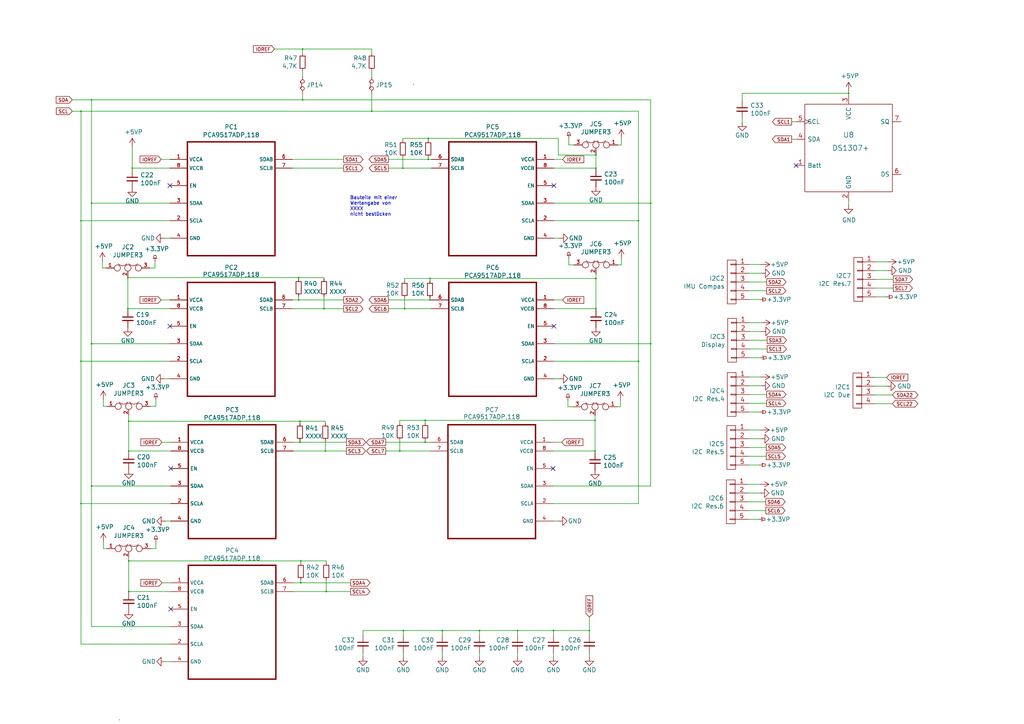
<source format=kicad_sch>
(kicad_sch (version 20220126) (generator eeschema)
  (paper "A4")
  (title_block (title "Ardumower shield SVN Version") (date "2021-01-18") (rev "1.4") (company "ML AG JL BS UZ") (comment 1 "Schaltplan und Layout UweZ"))
  (junction (at 116.84 48.768) (diameter 0.3048))
  (junction (at 37.338 122.174) (diameter 0.3048))
  (junction (at 23.495 32.258) (diameter 0.3048))
  (junction (at 37.338 130.81) (diameter 0.3048))
  (junction (at 87.249 169.037) (diameter 0.3048))
  (junction (at 38.354 48.768) (diameter 0.3048))
  (junction (at 124.206 46.228) (diameter 0.3048))
  (junction (at 172.847 48.768) (diameter 0.3048))
  (junction (at 37.084 80.518) (diameter 0.3048))
  (junction (at 124.714 86.995) (diameter 0.3048))
  (junction (at 86.995 128.27) (diameter 0.3048))
  (junction (at 150.114 182.88) (diameter 0.3048))
  (junction (at 26.543 58.928) (diameter 0.3048))
  (junction (at 87.757 14.224) (diameter 0.3048))
  (junction (at 86.614 86.995) (diameter 0.3048))
  (junction (at 94.361 130.81) (diameter 0.3048))
  (junction (at 37.338 162.687) (diameter 0.3048))
  (junction (at 26.543 28.956) (diameter 0.3048))
  (junction (at 123.317 121.92) (diameter 0.3048))
  (junction (at 23.495 64.008) (diameter 0.3048))
  (junction (at 128.27 182.88) (diameter 0.3048))
  (junction (at 87.249 162.687) (diameter 0.3048))
  (junction (at 117.348 89.535) (diameter 0.3048))
  (junction (at 124.206 40.132) (diameter 0.3048))
  (junction (at 26.543 140.97) (diameter 0.3048))
  (junction (at 115.951 130.81) (diameter 0.3048))
  (junction (at 139.065 182.88) (diameter 0.3048))
  (junction (at 172.847 80.772) (diameter 0.3048))
  (junction (at 37.338 171.577) (diameter 0.3048))
  (junction (at 86.614 80.518) (diameter 0.3048))
  (junction (at 246.126 27.051) (diameter 0.3048))
  (junction (at 123.317 128.27) (diameter 0.3048))
  (junction (at 37.084 89.535) (diameter 0.3048))
  (junction (at 116.967 182.88) (diameter 0.3048))
  (junction (at 107.823 32.258) (diameter 0.3048))
  (junction (at 170.942 182.88) (diameter 0.3048))
  (junction (at 188.722 58.928) (diameter 0.3048))
  (junction (at 172.847 44.958) (diameter 0.3048))
  (junction (at 172.847 89.535) (diameter 0.3048))
  (junction (at 23.495 146.05) (diameter 0.3048))
  (junction (at 185.166 64.008) (diameter 0.3048))
  (junction (at 94.615 171.577) (diameter 0.3048))
  (junction (at 188.722 99.695) (diameter 0.3048))
  (junction (at 87.757 28.956) (diameter 0.3048))
  (junction (at 172.593 121.92) (diameter 0.3048))
  (junction (at 86.995 122.174) (diameter 0.3048))
  (junction (at 185.166 104.775) (diameter 0.3048))
  (junction (at 160.528 182.88) (diameter 0.3048))
  (junction (at 93.98 89.535) (diameter 0.3048))
  (junction (at 172.593 130.81) (diameter 0.3048))
  (junction (at 26.543 99.695) (diameter 0.3048))
  (junction (at 23.495 104.775) (diameter 0.3048))
  (junction (at 124.714 80.772) (diameter 0.3048))
  (no_connect (at 49.53 135.89))
  (no_connect (at 49.276 53.848))
  (no_connect (at 160.401 135.89))
  (no_connect (at 49.276 94.615))
  (no_connect (at 49.53 176.657))
  (no_connect (at 230.886 48.006))
  (no_connect (at 160.655 53.848))
  (no_connect (at 160.655 94.615))
  (wire (pts (xy 37.338 162.687) (xy 87.249 162.687)))
  (wire (pts (xy 188.722 58.928) (xy 188.722 99.695)))
  (wire (pts (xy 23.495 64.008) (xy 49.276 64.008)))
  (wire (pts (xy 47.752 69.088) (xy 49.276 69.088)))
  (wire (pts (xy 30.734 77.724) (xy 29.718 77.724)))
  (wire (pts (xy 172.847 44.958) (xy 172.847 48.768)))
  (wire (pts (xy 94.615 171.577) (xy 101.727 171.577)))
  (wire (pts (xy 217.297 79.248) (xy 220.726 79.248)))
  (wire (pts (xy 37.084 89.535) (xy 49.276 89.535)))
  (wire (pts (xy 164.973 76.835) (xy 164.973 74.93)))
  (wire (pts (xy 217.043 143.002) (xy 220.472 143.002)))
  (wire (pts (xy 172.847 89.535) (xy 172.847 89.916)))
  (wire (pts (xy 87.757 20.574) (xy 87.757 22.098)))
  (wire (pts (xy 172.593 130.81) (xy 172.593 131.318)))
  (wire (pts (xy 220.472 103.759) (xy 217.424 103.759)))
  (wire (pts (xy 94.615 168.275) (xy 94.615 171.577)))
  (wire (pts (xy 84.836 89.535) (xy 93.98 89.535)))
  (wire (pts (xy 46.736 86.995) (xy 49.276 86.995)))
  (wire (pts (xy 23.495 32.258) (xy 107.823 32.258)))
  (wire (pts (xy 150.114 182.88) (xy 160.528 182.88)))
  (wire (pts (xy 47.752 109.855) (xy 49.276 109.855)))
  (wire (pts (xy 254 81.026) (xy 259.08 81.026)))
  (wire (pts (xy 215.265 29.21) (xy 215.265 27.051)))
  (wire (pts (xy 124.714 80.772) (xy 124.714 81.407)))
  (wire (pts (xy 86.995 122.174) (xy 86.995 122.809)))
  (wire (pts (xy 170.942 182.88) (xy 170.942 184.277)))
  (wire (pts (xy 217.424 93.599) (xy 220.853 93.599)))
  (wire (pts (xy 49.53 171.577) (xy 37.338 171.577)))
  (wire (pts (xy 26.543 140.97) (xy 26.543 181.737)))
  (wire (pts (xy 178.943 117.983) (xy 179.959 117.983)))
  (wire (pts (xy 86.614 85.979) (xy 86.614 86.995)))
  (wire (pts (xy 217.297 109.347) (xy 220.726 109.347)))
  (wire (pts (xy 188.722 99.695) (xy 188.722 140.97)))
  (wire (pts (xy 160.655 89.535) (xy 172.847 89.535)))
  (wire (pts (xy 107.823 32.258) (xy 107.823 27.178)))
  (wire (pts (xy 215.265 27.051) (xy 246.126 27.051)))
  (wire (pts (xy 217.043 148.082) (xy 222.123 148.082)))
  (wire (pts (xy 46.99 169.037) (xy 49.53 169.037)))
  (wire (pts (xy 217.043 145.542) (xy 222.123 145.542)))
  (wire (pts (xy 23.495 104.775) (xy 23.495 146.05)))
  (wire (pts (xy 217.297 76.708) (xy 220.726 76.708)))
  (wire (pts (xy 217.424 101.219) (xy 222.504 101.219)))
  (wire (pts (xy 43.688 159.131) (xy 45.212 159.131)))
  (wire (pts (xy 185.166 32.258) (xy 185.166 64.008)))
  (wire (pts (xy 37.084 80.518) (xy 86.614 80.518)))
  (wire (pts (xy 38.354 48.768) (xy 38.354 49.403)))
  (wire (pts (xy 23.495 146.05) (xy 49.53 146.05)))
  (wire (pts (xy 37.084 80.264) (xy 37.084 80.518)))
  (wire (pts (xy 87.757 15.494) (xy 87.757 14.224)))
  (wire (pts (xy 117.348 81.407) (xy 117.348 80.772)))
  (polyline (pts (xy 34.544 208.788) (xy 34.671 208.788)) (stroke (width 0) (type dash)))
  (wire (pts (xy 160.655 64.008) (xy 185.166 64.008)))
  (wire (pts (xy 37.338 162.687) (xy 37.338 171.577)))
  (wire (pts (xy 160.528 190.5) (xy 160.528 189.357)))
  (wire (pts (xy 116.84 48.768) (xy 125.095 48.768)))
  (wire (pts (xy 116.84 45.72) (xy 116.84 48.768)))
  (wire (pts (xy 160.401 128.27) (xy 162.941 128.27)))
  (wire (pts (xy 123.317 121.92) (xy 172.593 121.92)))
  (wire (pts (xy 217.17 132.334) (xy 222.25 132.334)))
  (wire (pts (xy 180.213 42.037) (xy 180.213 40.132)))
  (wire (pts (xy 166.497 42.037) (xy 164.973 42.037)))
  (wire (pts (xy 37.084 89.535) (xy 37.084 89.916)))
  (wire (pts (xy 170.942 178.943) (xy 170.942 182.88)))
  (wire (pts (xy 26.543 28.956) (xy 26.543 58.928)))
  (wire (pts (xy 217.17 124.714) (xy 220.599 124.714)))
  (wire (pts (xy 123.317 127.762) (xy 123.317 128.27)))
  (wire (pts (xy 112.649 46.228) (xy 124.206 46.228)))
  (wire (pts (xy 150.114 182.88) (xy 150.114 184.277)))
  (wire (pts (xy 87.757 28.956) (xy 188.722 28.956)))
  (wire (pts (xy 23.495 32.258) (xy 23.495 64.008)))
  (wire (pts (xy 111.887 128.27) (xy 123.317 128.27)))
  (wire (pts (xy 43.434 77.724) (xy 44.958 77.724)))
  (wire (pts (xy 246.126 59.436) (xy 246.126 58.166)))
  (wire (pts (xy 180.213 76.835) (xy 180.213 74.93)))
  (wire (pts (xy 46.99 128.27) (xy 49.53 128.27)))
  (wire (pts (xy 161.925 151.13) (xy 160.401 151.13)))
  (wire (pts (xy 87.757 14.224) (xy 107.823 14.224)))
  (wire (pts (xy 128.27 190.5) (xy 128.27 189.357)))
  (wire (pts (xy 160.655 46.228) (xy 163.195 46.228)))
  (wire (pts (xy 230.886 40.386) (xy 229.616 40.386)))
  (wire (pts (xy 94.361 127.889) (xy 94.361 130.81)))
  (wire (pts (xy 188.722 140.97) (xy 160.401 140.97)))
  (wire (pts (xy 220.091 150.622) (xy 217.043 150.622)))
  (wire (pts (xy 94.361 122.174) (xy 94.361 122.809)))
  (wire (pts (xy 87.757 27.178) (xy 87.757 28.956)))
  (wire (pts (xy 37.338 171.577) (xy 37.338 171.958)))
  (wire (pts (xy 26.543 181.737) (xy 49.53 181.737)))
  (wire (pts (xy 116.967 182.88) (xy 116.967 184.277)))
  (wire (pts (xy 85.09 171.577) (xy 94.615 171.577)))
  (wire (pts (xy 217.297 111.887) (xy 220.726 111.887)))
  (wire (pts (xy 217.297 81.788) (xy 222.377 81.788)))
  (wire (pts (xy 162.179 109.855) (xy 160.655 109.855)))
  (wire (pts (xy 86.614 80.518) (xy 93.98 80.518)))
  (wire (pts (xy 164.973 42.037) (xy 164.973 40.132)))
  (wire (pts (xy 128.27 182.88) (xy 128.27 184.277)))
  (wire (pts (xy 87.249 162.687) (xy 87.249 163.195)))
  (wire (pts (xy 217.424 98.679) (xy 222.504 98.679)))
  (wire (pts (xy 166.243 117.983) (xy 164.719 117.983)))
  (wire (pts (xy 253.746 109.474) (xy 257.175 109.474)))
  (wire (pts (xy 116.967 190.5) (xy 116.967 189.357)))
  (wire (pts (xy 43.688 117.856) (xy 45.212 117.856)))
  (wire (pts (xy 115.951 130.81) (xy 124.841 130.81)))
  (wire (pts (xy 117.348 80.772) (xy 124.714 80.772)))
  (wire (pts (xy 160.655 58.928) (xy 188.722 58.928)))
  (wire (pts (xy 179.959 117.983) (xy 179.959 116.078)))
  (wire (pts (xy 172.847 44.577) (xy 172.847 44.958)))
  (wire (pts (xy 23.495 146.05) (xy 23.495 186.817)))
  (wire (pts (xy 188.722 99.695) (xy 160.655 99.695)))
  (wire (pts (xy 26.543 58.928) (xy 26.543 99.695)))
  (wire (pts (xy 166.497 76.835) (xy 164.973 76.835)))
  (wire (pts (xy 38.354 42.672) (xy 38.354 48.768)))
  (wire (pts (xy 164.719 117.983) (xy 164.719 116.078)))
  (wire (pts (xy 86.995 127.889) (xy 86.995 128.27)))
  (wire (pts (xy 45.212 159.131) (xy 45.212 157.226)))
  (wire (pts (xy 160.401 130.81) (xy 172.593 130.81)))
  (wire (pts (xy 257.048 86.106) (xy 254 86.106)))
  (wire (pts (xy 116.84 40.64) (xy 116.84 40.132)))
  (wire (pts (xy 107.823 14.224) (xy 107.823 15.494)))
  (wire (pts (xy 44.958 77.724) (xy 44.958 75.819)))
  (wire (pts (xy 112.649 89.535) (xy 117.348 89.535)))
  (wire (pts (xy 86.995 128.27) (xy 100.457 128.27)))
  (wire (pts (xy 253.746 114.554) (xy 258.826 114.554)))
  (wire (pts (xy 124.206 40.132) (xy 161.925 40.132)))
  (wire (pts (xy 30.988 159.131) (xy 29.972 159.131)))
  (wire (pts (xy 123.317 121.92) (xy 123.317 122.682)))
  (wire (pts (xy 85.09 130.81) (xy 94.361 130.81)))
  (wire (pts (xy 215.265 35.433) (xy 215.265 34.29)))
  (wire (pts (xy 160.655 48.768) (xy 172.847 48.768)))
  (wire (pts (xy 117.348 86.487) (xy 117.348 89.535)))
  (wire (pts (xy 87.249 162.687) (xy 94.615 162.687)))
  (wire (pts (xy 37.084 80.518) (xy 37.084 89.535)))
  (wire (pts (xy 124.714 86.995) (xy 125.095 86.995)))
  (wire (pts (xy 185.166 104.775) (xy 185.166 146.05)))
  (wire (pts (xy 87.249 169.037) (xy 101.727 169.037)))
  (wire (pts (xy 179.197 76.835) (xy 180.213 76.835)))
  (wire (pts (xy 161.925 44.958) (xy 172.847 44.958)))
  (wire (pts (xy 139.065 182.88) (xy 139.065 184.277)))
  (wire (pts (xy 116.967 182.88) (xy 128.27 182.88)))
  (wire (pts (xy 124.714 80.772) (xy 172.847 80.772)))
  (wire (pts (xy 124.206 45.72) (xy 124.206 46.228)))
  (polyline (pts (xy 119.888 24.511) (xy 120.015 24.511)) (stroke (width 0) (type dash)))
  (wire (pts (xy 23.495 64.008) (xy 23.495 104.775)))
  (wire (pts (xy 185.166 146.05) (xy 160.401 146.05)))
  (wire (pts (xy 37.338 120.396) (xy 37.338 122.174)))
  (wire (pts (xy 115.951 127.762) (xy 115.951 130.81)))
  (wire (pts (xy 220.345 119.507) (xy 217.297 119.507)))
  (wire (pts (xy 86.614 80.518) (xy 86.614 80.899)))
  (wire (pts (xy 93.98 80.518) (xy 93.98 80.899)))
  (wire (pts (xy 94.615 162.687) (xy 94.615 163.195)))
  (wire (pts (xy 185.166 64.008) (xy 185.166 104.775)))
  (wire (pts (xy 37.338 130.81) (xy 37.338 131.191)))
  (wire (pts (xy 85.09 169.037) (xy 87.249 169.037)))
  (wire (pts (xy 86.614 86.995) (xy 99.695 86.995)))
  (wire (pts (xy 37.338 161.671) (xy 37.338 162.687)))
  (wire (pts (xy 217.17 127.254) (xy 220.599 127.254)))
  (wire (pts (xy 217.297 114.427) (xy 222.377 114.427)))
  (wire (pts (xy 185.166 104.775) (xy 160.655 104.775)))
  (wire (pts (xy 230.886 35.306) (xy 229.616 35.306)))
  (wire (pts (xy 105.283 182.88) (xy 116.967 182.88)))
  (wire (pts (xy 38.354 48.768) (xy 49.276 48.768)))
  (wire (pts (xy 124.714 86.487) (xy 124.714 86.995)))
  (wire (pts (xy 26.543 99.695) (xy 49.276 99.695)))
  (wire (pts (xy 26.543 58.928) (xy 49.276 58.928)))
  (wire (pts (xy 37.338 122.174) (xy 37.338 130.81)))
  (wire (pts (xy 160.528 182.88) (xy 170.942 182.88)))
  (wire (pts (xy 84.836 46.228) (xy 99.695 46.228)))
  (wire (pts (xy 150.114 190.5) (xy 150.114 189.357)))
  (wire (pts (xy 37.338 122.174) (xy 86.995 122.174)))
  (wire (pts (xy 49.53 130.81) (xy 37.338 130.81)))
  (wire (pts (xy 254 75.946) (xy 257.429 75.946)))
  (wire (pts (xy 128.27 182.88) (xy 139.065 182.88)))
  (wire (pts (xy 124.206 40.132) (xy 124.206 40.64)))
  (wire (pts (xy 112.649 86.995) (xy 124.714 86.995)))
  (wire (pts (xy 85.09 128.27) (xy 86.995 128.27)))
  (wire (pts (xy 93.98 85.979) (xy 93.98 89.535)))
  (wire (pts (xy 117.348 89.535) (xy 125.095 89.535)))
  (wire (pts (xy 79.629 14.224) (xy 87.757 14.224)))
  (wire (pts (xy 123.317 128.27) (xy 124.841 128.27)))
  (wire (pts (xy 94.361 130.81) (xy 100.457 130.81)))
  (wire (pts (xy 254 78.486) (xy 257.429 78.486)))
  (wire (pts (xy 20.955 28.956) (xy 26.543 28.956)))
  (wire (pts (xy 253.746 112.014) (xy 257.175 112.014)))
  (wire (pts (xy 172.847 48.768) (xy 172.847 49.149)))
  (wire (pts (xy 172.593 121.92) (xy 172.593 130.81)))
  (wire (pts (xy 116.84 40.132) (xy 124.206 40.132)))
  (wire (pts (xy 162.179 69.088) (xy 160.655 69.088)))
  (wire (pts (xy 87.249 168.275) (xy 87.249 169.037)))
  (wire (pts (xy 220.345 86.868) (xy 217.297 86.868)))
  (wire (pts (xy 217.17 129.794) (xy 222.25 129.794)))
  (wire (pts (xy 112.649 48.768) (xy 116.84 48.768)))
  (wire (pts (xy 217.297 116.967) (xy 222.377 116.967)))
  (wire (pts (xy 139.065 190.5) (xy 139.065 189.357)))
  (wire (pts (xy 30.988 117.856) (xy 29.972 117.856)))
  (wire (pts (xy 246.126 27.051) (xy 246.126 27.686)))
  (wire (pts (xy 48.006 191.897) (xy 49.53 191.897)))
  (wire (pts (xy 29.718 77.724) (xy 29.718 75.819)))
  (wire (pts (xy 23.495 104.775) (xy 49.276 104.775)))
  (wire (pts (xy 172.847 79.375) (xy 172.847 80.772)))
  (wire (pts (xy 26.543 140.97) (xy 49.53 140.97)))
  (wire (pts (xy 20.955 32.258) (xy 23.495 32.258)))
  (wire (pts (xy 160.655 86.995) (xy 163.195 86.995)))
  (wire (pts (xy 107.823 32.258) (xy 185.166 32.258)))
  (wire (pts (xy 139.065 182.88) (xy 150.114 182.88)))
  (wire (pts (xy 84.836 86.995) (xy 86.614 86.995)))
  (wire (pts (xy 48.006 151.13) (xy 49.53 151.13)))
  (wire (pts (xy 111.887 130.81) (xy 115.951 130.81)))
  (wire (pts (xy 188.722 28.956) (xy 188.722 58.928)))
  (wire (pts (xy 105.283 182.88) (xy 105.283 184.277)))
  (wire (pts (xy 220.218 134.874) (xy 217.17 134.874)))
  (wire (pts (xy 160.528 182.88) (xy 160.528 184.277)))
  (wire (pts (xy 217.424 96.139) (xy 220.853 96.139)))
  (wire (pts (xy 93.98 89.535) (xy 99.695 89.535)))
  (wire (pts (xy 29.972 117.856) (xy 29.972 115.951)))
  (wire (pts (xy 105.283 190.5) (xy 105.283 189.357)))
  (wire (pts (xy 254 83.566) (xy 259.08 83.566)))
  (wire (pts (xy 23.495 186.817) (xy 49.53 186.817)))
  (wire (pts (xy 124.206 46.228) (xy 125.095 46.228)))
  (wire (pts (xy 46.736 46.228) (xy 49.276 46.228)))
  (wire (pts (xy 217.297 84.328) (xy 222.377 84.328)))
  (wire (pts (xy 179.197 42.037) (xy 180.213 42.037)))
  (wire (pts (xy 115.951 122.682) (xy 115.951 121.92)))
  (wire (pts (xy 26.543 28.956) (xy 87.757 28.956)))
  (wire (pts (xy 172.847 80.772) (xy 172.847 89.535)))
  (wire (pts (xy 172.593 120.523) (xy 172.593 121.92)))
  (wire (pts (xy 45.212 117.856) (xy 45.212 115.951)))
  (wire (pts (xy 29.972 159.131) (xy 29.972 157.226)))
  (wire (pts (xy 115.951 121.92) (xy 123.317 121.92)))
  (wire (pts (xy 246.126 26.416) (xy 246.126 27.051)))
  (wire (pts (xy 26.543 99.695) (xy 26.543 140.97)))
  (wire (pts (xy 86.995 122.174) (xy 94.361 122.174)))
  (wire (pts (xy 84.836 48.768) (xy 99.695 48.768)))
  (wire (pts (xy 217.043 140.462) (xy 220.472 140.462)))
  (wire (pts (xy 107.823 22.098) (xy 107.823 20.574)))
  (wire (pts (xy 253.746 117.094) (xy 258.826 117.094)))
  (wire (pts (xy 161.925 40.132) (xy 161.925 44.958)))
  (wire (pts (xy 170.942 190.5) (xy 170.942 189.357)))
  (image (at 726.567 76.327))
  (text "Bauteile mit einer \nWertangabe von \nXXXX\nnicht bestücken" (at 101.473 62.865 0) (effects (font (size 0.9906 0.9906)) (justify left bottom)))
  (text "beim i2c PC1 den jumper 5v/3,3V weglassen \nda ist ja die Uhr dran die hat immer 5v. \ndie 10k widerstände an dieser stelle auf jeden fall weg die Uhr hat die selber." (at 322.072 110.871 0) (effects (font (size 2.0066 2.0066)) (justify left bottom)))
  (text "@Bernd\nWeiterer Punkt, die I2C Pullups, Mit 10k sind die recht hoch. \nWir müssen ja keine Energie sparen, ich würde da auf max 4,7k runter gehen, \nbeim M4 ist ja auf der Bauanleitung sogar nur 2,2 oder 2,7 k Ohm angegeben." (at 72.644 -5.842 0) (effects (font (size 1 1)) (justify left bottom)))
  (global_label "SCL2" (shape output) (at 99.695 89.535 0) (effects (font (size 0.9906 0.9906))) (property "Intersheet References" "${INTERSHEET_REFS}" (effects hide)))
  (global_label "SDA6" (shape output) (at 112.649 86.995 180) (effects (font (size 0.9906 0.9906))) (property "Intersheet References" "${INTERSHEET_REFS}" (effects hide)))
  (global_label "SCL6" (shape output) (at 112.649 89.535 180) (effects (font (size 0.9906 0.9906))) (property "Intersheet References" "${INTERSHEET_REFS}" (effects hide)))
  (global_label "SDA4" (shape output) (at 101.727 169.037 0) (effects (font (size 0.9906 0.9906))) (property "Intersheet References" "${INTERSHEET_REFS}" (effects hide)))
  (global_label "SDA1" (shape output) (at 99.695 46.228 0) (effects (font (size 0.9906 0.9906))) (property "Intersheet References" "${INTERSHEET_REFS}" (effects hide)))
  (global_label "SCL2" (shape output) (at 222.377 84.328 0) (effects (font (size 0.9906 0.9906))) (property "Intersheet References" "${INTERSHEET_REFS}" (effects hide)))
  (global_label "SCL6" (shape output) (at 222.123 148.082 0) (effects (font (size 0.9906 0.9906))) (property "Intersheet References" "${INTERSHEET_REFS}" (effects hide)))
  (global_label "SCL22" (shape bidirectional) (at 258.826 117.094 0) (effects (font (size 0.9906 0.9906))) (property "Intersheet References" "${INTERSHEET_REFS}" (effects hide)))
  (global_label "SCL7" (shape output) (at 111.887 130.81 180) (effects (font (size 0.9906 0.9906))) (property "Intersheet References" "${INTERSHEET_REFS}" (effects hide)))
  (global_label "IOREF" (shape input) (at 79.629 14.224 180) (effects (font (size 0.9906 0.9906))) (property "Intersheet References" "${INTERSHEET_REFS}" (effects hide)))
  (global_label "IOREF" (shape input) (at 46.736 86.995 180) (effects (font (size 0.9906 0.9906))) (property "Intersheet References" "${INTERSHEET_REFS}" (effects hide)))
  (global_label "SDA2" (shape output) (at 99.695 86.995 0) (effects (font (size 0.9906 0.9906))) (property "Intersheet References" "${INTERSHEET_REFS}" (effects hide)))
  (global_label "IOREF" (shape input) (at 162.941 128.27 0) (effects (font (size 0.9906 0.9906))) (property "Intersheet References" "${INTERSHEET_REFS}" (effects hide)))
  (global_label "SCL1" (shape output) (at 99.695 48.768 0) (effects (font (size 0.9906 0.9906))) (property "Intersheet References" "${INTERSHEET_REFS}" (effects hide)))
  (global_label "SDA4" (shape output) (at 222.377 114.427 0) (effects (font (size 0.9906 0.9906))) (property "Intersheet References" "${INTERSHEET_REFS}" (effects hide)))
  (global_label "SDA3" (shape output) (at 100.457 128.27 0) (effects (font (size 0.9906 0.9906))) (property "Intersheet References" "${INTERSHEET_REFS}" (effects hide)))
  (global_label "SCL" (shape input) (at 20.955 32.258 180) (effects (font (size 0.9906 0.9906))) (property "Intersheet References" "${INTERSHEET_REFS}" (effects hide)))
  (global_label "IOREF" (shape input) (at 46.99 128.27 180) (effects (font (size 0.9906 0.9906))) (property "Intersheet References" "${INTERSHEET_REFS}" (effects hide)))
  (global_label "SDA" (shape input) (at 20.955 28.956 180) (effects (font (size 0.9906 0.9906))) (property "Intersheet References" "${INTERSHEET_REFS}" (effects hide)))
  (global_label "SCL4" (shape output) (at 101.727 171.577 0) (effects (font (size 0.9906 0.9906))) (property "Intersheet References" "${INTERSHEET_REFS}" (effects hide)))
  (global_label "IOREF" (shape input) (at 257.175 109.474 0) (effects (font (size 0.9906 0.9906))) (property "Intersheet References" "${INTERSHEET_REFS}" (effects hide)))
  (global_label "SCL4" (shape output) (at 222.377 116.967 0) (effects (font (size 0.9906 0.9906))) (property "Intersheet References" "${INTERSHEET_REFS}" (effects hide)))
  (global_label "SDA6" (shape output) (at 222.123 145.542 0) (effects (font (size 0.9906 0.9906))) (property "Intersheet References" "${INTERSHEET_REFS}" (effects hide)))
  (global_label "SDA7" (shape output) (at 111.887 128.27 180) (effects (font (size 0.9906 0.9906))) (property "Intersheet References" "${INTERSHEET_REFS}" (effects hide)))
  (global_label "SDA2" (shape output) (at 222.377 81.788 0) (effects (font (size 0.9906 0.9906))) (property "Intersheet References" "${INTERSHEET_REFS}" (effects hide)))
  (global_label "IOREF" (shape input) (at 46.99 169.037 180) (effects (font (size 0.9906 0.9906))) (property "Intersheet References" "${INTERSHEET_REFS}" (effects hide)))
  (global_label "SDA5" (shape output) (at 222.25 129.794 0) (effects (font (size 0.9906 0.9906))) (property "Intersheet References" "${INTERSHEET_REFS}" (effects hide)))
  (global_label "SCL5" (shape output) (at 222.25 132.334 0) (effects (font (size 0.9906 0.9906))) (property "Intersheet References" "${INTERSHEET_REFS}" (effects hide)))
  (global_label "SCL3" (shape output) (at 100.457 130.81 0) (effects (font (size 0.9906 0.9906))) (property "Intersheet References" "${INTERSHEET_REFS}" (effects hide)))
  (global_label "IOREF" (shape input) (at 163.195 46.228 0) (effects (font (size 0.9906 0.9906))) (property "Intersheet References" "${INTERSHEET_REFS}" (effects hide)))
  (global_label "SDA22" (shape bidirectional) (at 258.826 114.554 0) (effects (font (size 0.9906 0.9906))) (property "Intersheet References" "${INTERSHEET_REFS}" (effects hide)))
  (global_label "IOREF" (shape input) (at 170.942 178.943 90) (effects (font (size 0.9906 0.9906))) (property "Intersheet References" "${INTERSHEET_REFS}" (effects hide)))
  (global_label "SCL1" (shape output) (at 229.616 35.306 180) (effects (font (size 0.9906 0.9906))) (property "Intersheet References" "${INTERSHEET_REFS}" (effects hide)))
  (global_label "SDA7" (shape output) (at 259.08 81.026 0) (effects (font (size 0.9906 0.9906))) (property "Intersheet References" "${INTERSHEET_REFS}" (effects hide)))
  (global_label "SCL7" (shape output) (at 259.08 83.566 0) (effects (font (size 0.9906 0.9906))) (property "Intersheet References" "${INTERSHEET_REFS}" (effects hide)))
  (global_label "IOREF" (shape input) (at 46.736 46.228 180) (effects (font (size 0.9906 0.9906))) (property "Intersheet References" "${INTERSHEET_REFS}" (effects hide)))
  (global_label "SCL5" (shape output) (at 112.649 48.768 180) (effects (font (size 0.9906 0.9906))) (property "Intersheet References" "${INTERSHEET_REFS}" (effects hide)))
  (global_label "IOREF" (shape input) (at 163.195 86.995 0) (effects (font (size 0.9906 0.9906))) (property "Intersheet References" "${INTERSHEET_REFS}" (effects hide)))
  (global_label "SDA1" (shape output) (at 229.616 40.386 180) (effects (font (size 0.9906 0.9906))) (property "Intersheet References" "${INTERSHEET_REFS}" (effects hide)))
  (global_label "SDA3" (shape output) (at 222.504 98.679 0) (effects (font (size 0.9906 0.9906))) (property "Intersheet References" "${INTERSHEET_REFS}" (effects hide)))
  (global_label "SDA5" (shape output) (at 112.649 46.228 180) (effects (font (size 0.9906 0.9906))) (property "Intersheet References" "${INTERSHEET_REFS}" (effects hide)))
  (global_label "SCL3" (shape output) (at 222.504 101.219 0) (effects (font (size 0.9906 0.9906))) (property "Intersheet References" "${INTERSHEET_REFS}" (effects hide)))
  (symbol (lib_id "ardumower-mega-shield-svn-rescue:GND-RESCUE-ardumower_mega_shield_svn") (at 220.726 79.248 90) (unit 1)
    (property "Reference" "#PWR0217" (effects hide))
    (property "Value" "GND" (at 225.806 79.248 90))
  )
  (symbol (lib_id "ardumower-mega-shield-svn-rescue:CONN_01X05-RESCUE-ardumower_mega_shield_svn") (at 212.217 81.788 0) (mirror y) (unit 1)
    (property "Reference" "I2C2" (at 210.2358 80.7466 0) (effects (justify left)))
    (property "Value" "IMU Compas" (at 210.2358 83.058 0) (effects (justify left)))
    (property "Footprint" "Zimprich:JST_EH_B05B-EH-A_05x2.50mm_Straight" (effects hide))
    (property "Bestellnummer" "Value" (effects hide))
    (property "Bestücken (Assemble)" "NEIN (NO)" (effects hide))
  )
  (symbol (lib_id "ardumower-mega-shield-svn-rescue:PCA9517D-RESCUE-ardumower_mega_shield_svn") (at 67.056 53.848 0) (unit 1)
    (property "Reference" "PC1" (at 67.056 36.83 0))
    (property "Value" "PCA9517ADP,118" (at 67.056 39.1414 0))
    (property "Footprint" "Package_SO:TSSOP-8_3x3mm_P0.65mm" (effects hide))
    (property "Datasheet" "https://datasheet.lcsc.com/szlcsc/NXP-Semicon-PCA9517ADP-118_C80799.pdf" (effects hide))
    (property "Gehäuseart" "TSSOP-8_3.0x3.0x0.65P" (effects hide))
    (property "Bestelllink" "https://jlcpcb.com/parts/componentSearch?searchTxt=C80799" (effects hide))
    (property "Technische Daten" "Level translating I2C-bus repeater" (effects hide))
    (property "Hersteller Nummer" "PCA9517ADP,118" (effects hide))
    (property "Hersteller Bestellnummer" "PCA9517ADP,118" (effects hide))
    (property "Description" "Interface; repeater; I2C, SMBus; Channels: 2; 2.7÷5.5VDC" (effects hide))
    (property "Bauform" "TSSOP-8_3.0x3.0x0.65P" (effects hide))
  )
  (symbol (lib_id "ardumower-mega-shield-svn-rescue:GND-RESCUE-ardumower_mega_shield_svn") (at 47.752 69.088 270) (mirror x) (unit 1)
    (property "Reference" "#PWR0218" (effects hide))
    (property "Value" "GND" (at 42.926 69.088 90))
  )
  (symbol (lib_id "ardumower-mega-shield-svn-rescue:R_Small-RESCUE-ardumower_mega_shield_svn") (at 87.757 18.034 0) (mirror y) (unit 1)
    (property "Reference" "R47" (at 86.2838 16.8656 0) (effects (justify left)))
    (property "Value" "4,7K" (at 86.284 19.177 0) (effects (justify left)))
    (property "Footprint" "Zimprich:R_0603" (effects hide))
    (property "Datasheet" "https://cdn-reichelt.de/documents/datenblatt/A300/RND_SMD_RESISTORS_ENG_TDS.pdf" (effects hide))
    (property "Gehäuseart" "0603" (effects hide))
    (property "Bestelllink" "https://www.reichelt.de/smd-widerstand-0603-4-7-kohm-100-mw-1--rnd-0603-1-4-7k-p183069.html?&trstct=pos_0&nbc=1" (effects hide))
    (property "Technische Daten" "SMD-Widerstand, 0603, 4,7 kOhm, 100 mW, 1%" (effects hide))
    (property "Bestellnummer" "RND 0603 1 4,7K" (effects hide))
    (property "JLCPCB LCSC Part" "C23162" (effects hide))
    (property "Bestücken (Assemble)" "JA (YES)" (effects hide))
  )
  (symbol (lib_id "ardumower-mega-shield-svn-rescue:R_Small-RESCUE-ardumower_mega_shield_svn") (at 107.823 18.034 0) (mirror y) (unit 1)
    (property "Reference" "R48" (at 106.3498 16.8656 0) (effects (justify left)))
    (property "Value" "4,7K" (at 106.35 19.177 0) (effects (justify left)))
    (property "Footprint" "Zimprich:R_0603" (effects hide))
    (property "Datasheet" "https://cdn-reichelt.de/documents/datenblatt/A300/RND_SMD_RESISTORS_ENG_TDS.pdf" (effects hide))
    (property "Gehäuseart" "0603" (effects hide))
    (property "Bestelllink" "https://www.reichelt.de/smd-widerstand-0603-4-7-kohm-100-mw-1--rnd-0603-1-4-7k-p183069.html?&trstct=pos_0&nbc=1" (effects hide))
    (property "Technische Daten" "SMD-Widerstand, 0603, 4,7 kOhm, 100 mW, 1%" (effects hide))
    (property "Bestellnummer" "RND 0603 1 4,7K" (effects hide))
    (property "JLCPCB LCSC Part" "C23162" (effects hide))
    (property "Bestücken (Assemble)" "JA (YES)" (effects hide))
  )
  (symbol (lib_id "ardumower-mega-shield-svn-rescue:GND-RESCUE-ardumower_mega_shield_svn") (at 220.853 96.139 90) (unit 1)
    (property "Reference" "#PWR0226" (effects hide))
    (property "Value" "GND" (at 225.933 96.139 90))
  )
  (symbol (lib_id "ardumower-mega-shield-svn-rescue:CONN_01X05-RESCUE-ardumower_mega_shield_svn") (at 212.344 98.679 0) (mirror y) (unit 1)
    (property "Reference" "I2C3" (at 210.3628 97.6376 0) (effects (justify left)))
    (property "Value" "Display" (at 210.3628 99.949 0) (effects (justify left)))
    (property "Footprint" "Zimprich:JST_EH_B05B-EH-A_05x2.50mm_Straight" (effects hide))
    (property "Bestellnummer" "Value" (effects hide))
    (property "Bestücken (Assemble)" "NEIN (NO)" (effects hide))
  )
  (symbol (lib_id "ardumower-mega-shield-svn-rescue:GND-RESCUE-ardumower_mega_shield_svn") (at 220.726 111.887 90) (unit 1)
    (property "Reference" "#PWR0227" (effects hide))
    (property "Value" "GND" (at 225.806 111.887 90))
  )
  (symbol (lib_id "ardumower-mega-shield-svn-rescue:CONN_01X05-RESCUE-ardumower_mega_shield_svn") (at 212.217 114.427 0) (mirror y) (unit 1)
    (property "Reference" "I2C4" (at 210.2358 113.3856 0) (effects (justify left)))
    (property "Value" "I2C Res.4" (at 210.2358 115.697 0) (effects (justify left)))
    (property "Footprint" "Zimprich:JST_EH_B05B-EH-A_05x2.50mm_Straight" (effects hide))
    (property "Bestellnummer" "Value" (effects hide))
    (property "Bestücken (Assemble)" "NEIN (NO)" (effects hide))
  )
  (symbol (lib_id "ardumower-mega-shield-svn-rescue:GND-RESCUE-ardumower_mega_shield_svn") (at 220.599 127.254 90) (unit 1)
    (property "Reference" "#PWR0228" (effects hide))
    (property "Value" "GND" (at 225.679 127.254 90))
  )
  (symbol (lib_id "ardumower-mega-shield-svn-rescue:CONN_01X05-RESCUE-ardumower_mega_shield_svn") (at 212.09 129.794 0) (mirror y) (unit 1)
    (property "Reference" "I2C5" (at 210.1088 128.7526 0) (effects (justify left)))
    (property "Value" "I2C Res.5" (at 210.1088 131.064 0) (effects (justify left)))
    (property "Footprint" "Zimprich:JST_EH_B05B-EH-A_05x2.50mm_Straight" (effects hide))
    (property "Bestellnummer" "Value" (effects hide))
    (property "Bestücken (Assemble)" "NEIN (NO)" (effects hide))
  )
  (symbol (lib_id "ardumower-mega-shield-svn-rescue:GND-RESCUE-ardumower_mega_shield_svn") (at 220.472 143.002 90) (unit 1)
    (property "Reference" "#PWR0229" (effects hide))
    (property "Value" "GND" (at 225.552 143.002 90))
  )
  (symbol (lib_id "ardumower-mega-shield-svn-rescue:CONN_01X05-RESCUE-ardumower_mega_shield_svn") (at 211.963 145.542 0) (mirror y) (unit 1)
    (property "Reference" "I2C6" (at 209.9818 144.5006 0) (effects (justify left)))
    (property "Value" "I2C Res.6" (at 209.9818 146.812 0) (effects (justify left)))
    (property "Footprint" "Zimprich:JST_EH_B05B-EH-A_05x2.50mm_Straight" (effects hide))
    (property "Bestellnummer" "Value" (effects hide))
    (property "Bestücken (Assemble)" "NEIN (NO)" (effects hide))
  )
  (symbol (lib_id "ardumower-mega-shield-svn-rescue:GND-RESCUE-ardumower_mega_shield_svn") (at 257.429 78.486 90) (unit 1)
    (property "Reference" "#PWR0230" (effects hide))
    (property "Value" "GND" (at 262.509 78.486 90))
  )
  (symbol (lib_id "ardumower-mega-shield-svn-rescue:CONN_01X05-RESCUE-ardumower_mega_shield_svn") (at 248.92 81.026 0) (mirror y) (unit 1)
    (property "Reference" "I2C7" (at 246.9388 79.9846 0) (effects (justify left)))
    (property "Value" "I2C Res.7" (at 246.9388 82.296 0) (effects (justify left)))
    (property "Footprint" "Zimprich:JST_EH_B05B-EH-A_05x2.50mm_Straight" (effects hide))
    (property "Bestellnummer" "Value" (effects hide))
    (property "Bestücken (Assemble)" "NEIN (NO)" (effects hide))
  )
  (symbol (lib_id "ardumower-mega-shield-svn-rescue:PCA9517D-RESCUE-ardumower_mega_shield_svn") (at 67.056 94.615 0) (unit 1)
    (property "Reference" "PC2" (at 67.056 77.597 0))
    (property "Value" "PCA9517ADP,118" (at 67.056 79.629 0))
    (property "Footprint" "Package_SO:TSSOP-8_3x3mm_P0.65mm" (effects hide))
    (property "Datasheet" "https://datasheet.lcsc.com/szlcsc/NXP-Semicon-PCA9517ADP-118_C80799.pdf" (effects hide))
    (property "Bestelllink" "https://jlcpcb.com/parts/componentSearch?searchTxt=C80799" (effects hide))
    (property "Hersteller Bestellnummer" "PCA9517ADP,118" (effects hide))
    (property "Funktion" "Level translating I2C-bus repeater" (effects hide))
    (property "JLCPCB LCSC Part" "C80799" (effects hide))
    (property "Description" "Interface; repeater; I2C, SMBus; Channels: 2; 2.7÷5.5VDC" (effects hide))
    (property "Hersteller" "NXP Semicon" (effects hide))
    (property "Hersteller Nummer" "PCA9517ADP,118" (effects hide))
    (property "Technische Daten" "Level translating I2C-bus repeater" (effects hide))
    (property "Bestücken (Assemble)" "JA (YES)" (effects hide))
  )
  (symbol (lib_id "ardumower-mega-shield-svn-rescue:R_Small-RESCUE-ardumower_mega_shield_svn") (at 86.614 83.439 0) (unit 1)
    (property "Reference" "R40" (at 88.1126 82.2706 0) (effects (justify left)))
    (property "Value" "XXXX" (at 88.1126 84.582 0) (effects (justify left)))
    (property "Footprint" "Zimprich:R_0603" (effects hide))
    (property "Gehäuseart" "0603" (effects hide))
    (property "Bestellnummer" "Value" (effects hide))
    (property "Bestücken (Assemble)" "NEIN (NO)" (effects hide))
  )
  (symbol (lib_id "ardumower-mega-shield-svn-rescue:R_Small-RESCUE-ardumower_mega_shield_svn") (at 93.98 83.439 0) (unit 1)
    (property "Reference" "R44" (at 95.4786 82.2706 0) (effects (justify left)))
    (property "Value" "XXXX" (at 95.4786 84.582 0) (effects (justify left)))
    (property "Footprint" "Zimprich:R_0603" (effects hide))
    (property "Gehäuseart" "0603" (effects hide))
    (property "Bestellnummer" "Value" (effects hide))
    (property "Bestücken (Assemble)" "NEIN (NO)" (effects hide))
  )
  (symbol (lib_id "ardumower-mega-shield-svn-rescue:JUMPER3-RESCUE-ardumower_mega_shield_svn") (at 37.084 77.724 0) (unit 1)
    (property "Reference" "JC2" (at 37.084 71.6534 0))
    (property "Value" "JUMPER3" (at 37.084 73.9648 0))
    (property "Footprint" "Pin_Headers:Pin_Header_Straight_1x03_Pitch2.54mm" (effects hide))
    (property "Bestücken (Assemble)" "NEIN (NO)" (effects hide))
  )
  (symbol (lib_id "ardumower-mega-shield-svn-rescue:GND-RESCUE-ardumower_mega_shield_svn") (at 47.752 109.855 270) (mirror x) (unit 1)
    (property "Reference" "#PWR0219" (effects hide))
    (property "Value" "GND" (at 42.926 109.855 90))
  )
  (symbol (lib_id "ardumower-mega-shield-svn-rescue:PCA9517D-RESCUE-ardumower_mega_shield_svn") (at 67.31 135.89 0) (unit 1)
    (property "Reference" "PC3" (at 67.31 118.872 0))
    (property "Value" "PCA9517ADP,118" (at 67.31 121.1834 0))
    (property "Footprint" "Package_SO:TSSOP-8_3x3mm_P0.65mm" (effects hide))
    (property "Datasheet" "https://datasheet.lcsc.com/szlcsc/NXP-Semicon-PCA9517ADP-118_C80799.pdf" (effects hide))
    (property "Bestelllink" "https://jlcpcb.com/parts/componentSearch?searchTxt=C80799" (effects hide))
    (property "Hersteller Bestellnummer" "PCA9517ADP,118" (effects hide))
    (property "Funktion" "Level translating I2C-bus repeater" (effects hide))
    (property "JLCPCB LCSC Part" "C80799" (effects hide))
    (property "Description" "Interface; repeater; I2C, SMBus; Channels: 2; 2.7÷5.5VDC" (effects hide))
    (property "Hersteller" "NXP Semicon" (effects hide))
    (property "Hersteller Nummer" "PCA9517ADP,118" (effects hide))
    (property "Technische Daten" "Level translating I2C-bus repeater" (effects hide))
    (property "Bestücken (Assemble)" "JA (YES)" (effects hide))
  )
  (symbol (lib_id "ardumower-mega-shield-svn-rescue:R_Small-RESCUE-ardumower_mega_shield_svn") (at 86.995 125.349 0) (unit 1)
    (property "Reference" "R41" (at 88.4936 124.1806 0) (effects (justify left)))
    (property "Value" "XXXX" (at 88.4936 126.492 0) (effects (justify left)))
    (property "Footprint" "Zimprich:R_0603" (effects hide))
    (property "Gehäuseart" "0603" (effects hide))
    (property "Bestellnummer" "Value" (effects hide))
    (property "Bestücken (Assemble)" "NEIN (NO)" (effects hide))
  )
  (symbol (lib_id "ardumower-mega-shield-svn-rescue:R_Small-RESCUE-ardumower_mega_shield_svn") (at 94.361 125.349 0) (unit 1)
    (property "Reference" "R45" (at 95.8596 124.1806 0) (effects (justify left)))
    (property "Value" "XXXX" (at 95.8596 126.492 0) (effects (justify left)))
    (property "Footprint" "Zimprich:R_0603" (effects hide))
    (property "Gehäuseart" "0603" (effects hide))
    (property "Bestellnummer" "Value" (effects hide))
    (property "Bestücken (Assemble)" "NEIN (NO)" (effects hide))
  )
  (symbol (lib_id "ardumower-mega-shield-svn-rescue:JUMPER3-RESCUE-ardumower_mega_shield_svn") (at 37.338 117.856 0) (unit 1)
    (property "Reference" "JC3" (at 37.338 111.7854 0))
    (property "Value" "JUMPER3" (at 37.338 114.0968 0))
    (property "Footprint" "Pin_Headers:Pin_Header_Straight_1x03_Pitch2.54mm" (effects hide))
    (property "Bestücken (Assemble)" "NEIN (NO)" (effects hide))
  )
  (symbol (lib_id "ardumower-mega-shield-svn-rescue:GND-RESCUE-ardumower_mega_shield_svn") (at 48.006 151.13 270) (mirror x) (unit 1)
    (property "Reference" "#PWR0220" (effects hide))
    (property "Value" "GND" (at 43.18 151.13 90))
  )
  (symbol (lib_id "ardumower-mega-shield-svn-rescue:PCA9517D-RESCUE-ardumower_mega_shield_svn") (at 67.31 176.657 0) (unit 1)
    (property "Reference" "PC4" (at 67.31 159.639 0))
    (property "Value" "PCA9517ADP,118" (at 67.31 161.9504 0))
    (property "Footprint" "Package_SO:TSSOP-8_3x3mm_P0.65mm" (effects hide))
    (property "Datasheet" "https://datasheet.lcsc.com/szlcsc/NXP-Semicon-PCA9517ADP-118_C80799.pdf" (effects hide))
    (property "Bestelllink" "https://jlcpcb.com/parts/componentSearch?searchTxt=C80799" (effects hide))
    (property "Hersteller Bestellnummer" "PCA9517ADP,118" (effects hide))
    (property "Funktion" "Level translating I2C-bus repeater" (effects hide))
    (property "JLCPCB LCSC Part" "C80799" (effects hide))
    (property "Description" "Interface; repeater; I2C, SMBus; Channels: 2; 2.7÷5.5VDC" (effects hide))
    (property "Hersteller" "NXP Semicon" (effects hide))
    (property "Hersteller Nummer" "PCA9517ADP,118" (effects hide))
    (property "Technische Daten" "Level translating I2C-bus repeater" (effects hide))
    (property "Bestücken (Assemble)" "JA (YES)" (effects hide))
  )
  (symbol (lib_id "ardumower-mega-shield-svn-rescue:R_Small-RESCUE-ardumower_mega_shield_svn") (at 87.249 165.735 0) (unit 1)
    (property "Reference" "R42" (at 88.7476 164.5666 0) (effects (justify left)))
    (property "Value" "10K" (at 88.7476 166.878 0) (effects (justify left)))
    (property "Footprint" "Zimprich:R_0603" (effects hide))
    (property "Gehäuseart" "0603" (effects hide))
    (property "Bestelllink" "https://www.reichelt.de/smd-widerstand-0603-10-kohm-100-mw-1--rnd-0603-1-10k-p183077.html?GROUPID=7968&SEARCH=0603%2B10k&&r=1" (effects hide))
    (property "Technische Daten" "SMD-Widerstand, 0603, 10 kOhm, 100 mW, 1%" (effects hide))
    (property "Bestellnummer" "R: RND 0603 1 10K" (effects hide))
    (property "JLCPCB LCSC Part" "C25804" (effects hide))
    (property "Bestücken (Assemble)" "JA (YES)" (effects hide))
  )
  (symbol (lib_id "ardumower-mega-shield-svn-rescue:R_Small-RESCUE-ardumower_mega_shield_svn") (at 94.615 165.735 0) (unit 1)
    (property "Reference" "R46" (at 96.1136 164.5666 0) (effects (justify left)))
    (property "Value" "10K" (at 96.1136 166.878 0) (effects (justify left)))
    (property "Footprint" "Zimprich:R_0603" (effects hide))
    (property "Gehäuseart" "0603" (effects hide))
    (property "Bestelllink" "https://www.reichelt.de/smd-widerstand-0603-10-kohm-100-mw-1--rnd-0603-1-10k-p183077.html?GROUPID=7968&SEARCH=0603%2B10k&&r=1" (effects hide))
    (property "Technische Daten" "SMD-Widerstand, 0603, 10 kOhm, 100 mW, 1%" (effects hide))
    (property "Bestellnummer" "R: RND 0603 1 10K" (effects hide))
    (property "JLCPCB LCSC Part" "C25804" (effects hide))
    (property "Bestücken (Assemble)" "JA (YES)" (effects hide))
  )
  (symbol (lib_id "ardumower-mega-shield-svn-rescue:JUMPER3-RESCUE-ardumower_mega_shield_svn") (at 37.338 159.131 0) (unit 1)
    (property "Reference" "JC4" (at 37.338 153.0604 0))
    (property "Value" "JUMPER3" (at 37.338 155.3718 0))
    (property "Footprint" "Pin_Headers:Pin_Header_Straight_1x03_Pitch2.54mm" (effects hide))
    (property "Bestücken (Assemble)" "NEIN (NO)" (effects hide))
  )
  (symbol (lib_id "ardumower-mega-shield-svn-rescue:GND-RESCUE-ardumower_mega_shield_svn") (at 48.006 191.897 270) (mirror x) (unit 1)
    (property "Reference" "#PWR0221" (effects hide))
    (property "Value" "GND" (at 43.18 191.897 90))
  )
  (symbol (lib_id "ardumower-mega-shield-svn-rescue:PCA9517D-RESCUE-ardumower_mega_shield_svn") (at 142.875 53.848 0) (mirror y) (unit 1)
    (property "Reference" "PC5" (at 142.875 36.83 0))
    (property "Value" "PCA9517ADP,118" (at 142.875 39.1414 0))
    (property "Footprint" "Package_SO:TSSOP-8_3x3mm_P0.65mm" (effects hide))
    (property "Datasheet" "https://datasheet.lcsc.com/szlcsc/NXP-Semicon-PCA9517ADP-118_C80799.pdf" (effects hide))
    (property "Gehäuseart" "TSSOP-8_3.0x3.0x0.65P" (effects hide))
    (property "Bestelllink" "https://jlcpcb.com/parts/componentSearch?searchTxt=C80799" (effects hide))
    (property "Technische Daten" "Level translating I2C-bus repeater" (effects hide))
    (property "Bauform" "TSSOP-8_3.0x3.0x0.65P" (effects hide))
    (property "Hersteller Bestellnummer" "PCA9517ADP,118" (effects hide))
    (property "Hersteller Nummer" "PCA9517ADP,118" (effects hide))
    (property "Hersteller" "NXP Semicon" (effects hide))
  )
  (symbol (lib_id "ardumower-mega-shield-svn-rescue:R_Small-RESCUE-ardumower_mega_shield_svn") (at 124.206 43.18 0) (mirror y) (unit 1)
    (property "Reference" "R55" (at 122.7074 42.0116 0) (effects (justify left)))
    (property "Value" "10K" (at 122.7074 44.323 0) (effects (justify left)))
    (property "Footprint" "Zimprich:R_0603" (effects hide))
    (property "Gehäuseart" "0603" (effects hide))
    (property "Bestelllink" "https://www.reichelt.de/smd-widerstand-0603-10-kohm-100-mw-1--rnd-0603-1-10k-p183077.html?GROUPID=7968&SEARCH=0603%2B10k&&r=1" (effects hide))
    (property "Technische Daten" "SMD-Widerstand, 0603, 10 kOhm, 100 mW, 1%" (effects hide))
    (property "Bestellnummer" "R: RND 0603 1 10K" (effects hide))
    (property "JLCPCB LCSC Part" "c25804" (effects hide))
    (property "Bestücken (Assemble)" "JA (YES)" (effects hide))
  )
  (symbol (lib_id "ardumower-mega-shield-svn-rescue:R_Small-RESCUE-ardumower_mega_shield_svn") (at 116.84 43.18 0) (mirror y) (unit 1)
    (property "Reference" "R51" (at 115.3414 42.0116 0) (effects (justify left)))
    (property "Value" "10K" (at 115.3414 44.323 0) (effects (justify left)))
    (property "Footprint" "Zimprich:R_0603" (effects hide))
    (property "Gehäuseart" "0603" (effects hide))
    (property "Bestelllink" "https://www.reichelt.de/smd-widerstand-0603-10-kohm-100-mw-1--rnd-0603-1-10k-p183077.html?GROUPID=7968&SEARCH=0603%2B10k&&r=1" (effects hide))
    (property "Technische Daten" "SMD-Widerstand, 0603, 10 kOhm, 100 mW, 1%" (effects hide))
    (property "Bestellnummer" "R: RND 0603 1 10K" (effects hide))
    (property "JLCPCB LCSC Part" "c25804" (effects hide))
    (property "Bestücken (Assemble)" "JA (YES)" (effects hide))
  )
  (symbol (lib_id "ardumower-mega-shield-svn-rescue:JUMPER3-RESCUE-ardumower_mega_shield_svn") (at 172.847 42.037 0) (mirror y) (unit 1)
    (property "Reference" "JC5" (at 172.847 35.9664 0))
    (property "Value" "JUMPER3" (at 172.847 38.2778 0))
    (property "Footprint" "Pin_Headers:Pin_Header_Straight_1x03_Pitch2.54mm" (effects hide))
    (property "Bestücken (Assemble)" "NEIN (NO)" (effects hide))
  )
  (symbol (lib_id "ardumower-mega-shield-svn-rescue:GND-RESCUE-ardumower_mega_shield_svn") (at 162.179 69.088 90) (unit 1)
    (property "Reference" "#PWR0222" (effects hide))
    (property "Value" "GND" (at 167.005 69.088 90))
  )
  (symbol (lib_id "ardumower-mega-shield-svn-rescue:PCA9517D-RESCUE-ardumower_mega_shield_svn") (at 142.875 94.615 0) (mirror y) (unit 1)
    (property "Reference" "PC6" (at 142.875 77.597 0))
    (property "Value" "PCA9517ADP,118" (at 142.875 79.9084 0))
    (property "Footprint" "Package_SO:TSSOP-8_3x3mm_P0.65mm" (effects hide))
    (property "Datasheet" "https://datasheet.lcsc.com/szlcsc/NXP-Semicon-PCA9517ADP-118_C80799.pdf" (effects hide))
    (property "Bestelllink" "https://jlcpcb.com/parts/componentSearch?searchTxt=C80799" (effects hide))
    (property "Hersteller Bestellnummer" "PCA9517ADP,118" (effects hide))
    (property "Funktion" "Level translating I2C-bus repeater" (effects hide))
    (property "JLCPCB LCSC Part" "C80799" (effects hide))
    (property "Description" "Interface; repeater; I2C, SMBus; Channels: 2; 2.7÷5.5VDC" (effects hide))
    (property "Hersteller" "NXP Semicon" (effects hide))
    (property "Hersteller Nummer" "PCA9517ADP,118" (effects hide))
    (property "Technische Daten" "Level translating I2C-bus repeater" (effects hide))
    (property "Bestücken (Assemble)" "JA (YES)" (effects hide))
  )
  (symbol (lib_id "ardumower-mega-shield-svn-rescue:R_Small-RESCUE-ardumower_mega_shield_svn") (at 124.714 83.947 0) (mirror y) (unit 1)
    (property "Reference" "R56" (at 123.2154 82.7786 0) (effects (justify left)))
    (property "Value" "10K" (at 123.2154 85.09 0) (effects (justify left)))
    (property "Footprint" "Zimprich:R_0603" (effects hide))
    (property "Gehäuseart" "0603" (effects hide))
    (property "Bestelllink" "https://www.reichelt.de/smd-widerstand-0603-10-kohm-100-mw-1--rnd-0603-1-10k-p183077.html?GROUPID=7968&SEARCH=0603%2B10k&&r=1" (effects hide))
    (property "Technische Daten" "SMD-Widerstand, 0603, 10 kOhm, 100 mW, 1%" (effects hide))
    (property "Bestellnummer" "R: RND 0603 1 10K" (effects hide))
    (property "JLCPCB LCSC Part" "c25804" (effects hide))
    (property "Bestücken (Assemble)" "JA (YES)" (effects hide))
  )
  (symbol (lib_id "ardumower-mega-shield-svn-rescue:R_Small-RESCUE-ardumower_mega_shield_svn") (at 117.348 83.947 0) (mirror y) (unit 1)
    (property "Reference" "R52" (at 115.8494 82.7786 0) (effects (justify left)))
    (property "Value" "10K" (at 115.8494 85.09 0) (effects (justify left)))
    (property "Footprint" "Zimprich:R_0603" (effects hide))
    (property "Gehäuseart" "0603" (effects hide))
    (property "Bestelllink" "https://www.reichelt.de/smd-widerstand-0603-10-kohm-100-mw-1--rnd-0603-1-10k-p183077.html?GROUPID=7968&SEARCH=0603%2B10k&&r=1" (effects hide))
    (property "Technische Daten" "SMD-Widerstand, 0603, 10 kOhm, 100 mW, 1%" (effects hide))
    (property "Bestellnummer" "R: RND 0603 1 10K" (effects hide))
    (property "JLCPCB LCSC Part" "c25804" (effects hide))
    (property "Bestücken (Assemble)" "JA (YES)" (effects hide))
  )
  (symbol (lib_id "ardumower-mega-shield-svn-rescue:JUMPER3-RESCUE-ardumower_mega_shield_svn") (at 172.847 76.835 0) (mirror y) (unit 1)
    (property "Reference" "JC6" (at 172.847 70.7644 0))
    (property "Value" "JUMPER3" (at 172.847 73.0758 0))
    (property "Footprint" "Pin_Headers:Pin_Header_Straight_1x03_Pitch2.54mm" (effects hide))
    (property "Bestücken (Assemble)" "NEIN (NO)" (effects hide))
  )
  (symbol (lib_id "ardumower-mega-shield-svn-rescue:GND-RESCUE-ardumower_mega_shield_svn") (at 162.179 109.855 90) (unit 1)
    (property "Reference" "#PWR0223" (effects hide))
    (property "Value" "GND" (at 167.005 109.855 90))
  )
  (symbol (lib_id "ardumower-mega-shield-svn-rescue:PCA9517D-RESCUE-ardumower_mega_shield_svn") (at 142.621 135.89 0) (mirror y) (unit 1)
    (property "Reference" "PC7" (at 142.621 118.872 0))
    (property "Value" "PCA9517ADP,118" (at 142.621 120.904 0))
    (property "Footprint" "Package_SO:TSSOP-8_3x3mm_P0.65mm" (effects hide))
    (property "Datasheet" "https://datasheet.lcsc.com/szlcsc/NXP-Semicon-PCA9517ADP-118_C80799.pdf" (effects hide))
    (property "Bestelllink" "https://jlcpcb.com/parts/componentSearch?searchTxt=C80799" (effects hide))
    (property "Hersteller Bestellnummer" "PCA9517ADP,118" (effects hide))
    (property "Funktion" "Level translating I2C-bus repeater" (effects hide))
    (property "JLCPCB LCSC Part" "C80799" (effects hide))
    (property "Description" "Interface; repeater; I2C, SMBus; Channels: 2; 2.7÷5.5VDC" (effects hide))
    (property "Hersteller" "NXP Semicon" (effects hide))
    (property "Hersteller Nummer" "PCA9517ADP,118" (effects hide))
    (property "Technische Daten" "Level translating I2C-bus repeater" (effects hide))
    (property "Bestücken (Assemble)" "JA (YES)" (effects hide))
  )
  (symbol (lib_id "ardumower-mega-shield-svn-rescue:R_Small-RESCUE-ardumower_mega_shield_svn") (at 123.317 125.222 0) (mirror y) (unit 1)
    (property "Reference" "R53" (at 121.8184 124.0536 0) (effects (justify left)))
    (property "Value" "10K" (at 121.8184 126.365 0) (effects (justify left)))
    (property "Footprint" "Zimprich:R_0603" (effects hide))
    (property "Gehäuseart" "0603" (effects hide))
    (property "Bestelllink" "https://www.reichelt.de/smd-widerstand-0603-10-kohm-100-mw-1--rnd-0603-1-10k-p183077.html?GROUPID=7968&SEARCH=0603%2B10k&&r=1" (effects hide))
    (property "Technische Daten" "SMD-Widerstand, 0603, 10 kOhm, 100 mW, 1%" (effects hide))
    (property "Bestellnummer" "R: RND 0603 1 10K" (effects hide))
    (property "JLCPCB LCSC Part" "c25804" (effects hide))
    (property "Bestücken (Assemble)" "JA (YES)" (effects hide))
  )
  (symbol (lib_id "ardumower-mega-shield-svn-rescue:R_Small-RESCUE-ardumower_mega_shield_svn") (at 115.951 125.222 0) (mirror y) (unit 1)
    (property "Reference" "R49" (at 114.4524 124.0536 0) (effects (justify left)))
    (property "Value" "10K" (at 114.4524 126.365 0) (effects (justify left)))
    (property "Footprint" "Zimprich:R_0603" (effects hide))
    (property "Gehäuseart" "0603" (effects hide))
    (property "Bestelllink" "https://www.reichelt.de/smd-widerstand-0603-10-kohm-100-mw-1--rnd-0603-1-10k-p183077.html?GROUPID=7968&SEARCH=0603%2B10k&&r=1" (effects hide))
    (property "Technische Daten" "SMD-Widerstand, 0603, 10 kOhm, 100 mW, 1%" (effects hide))
    (property "Bestellnummer" "R: RND 0603 1 10K" (effects hide))
    (property "JLCPCB LCSC Part" "c25804" (effects hide))
    (property "Bestücken (Assemble)" "JA (YES)" (effects hide))
  )
  (symbol (lib_id "ardumower-mega-shield-svn-rescue:JUMPER3-RESCUE-ardumower_mega_shield_svn") (at 172.593 117.983 0) (mirror y) (unit 1)
    (property "Reference" "JC7" (at 172.593 111.9124 0))
    (property "Value" "JUMPER3" (at 172.593 114.2238 0))
    (property "Footprint" "Pin_Headers:Pin_Header_Straight_1x03_Pitch2.54mm" (effects hide))
    (property "Bestücken (Assemble)" "NEIN (NO)" (effects hide))
  )
  (symbol (lib_id "ardumower-mega-shield-svn-rescue:GND-RESCUE-ardumower_mega_shield_svn") (at 161.925 151.13 90) (unit 1)
    (property "Reference" "#PWR0224" (effects hide))
    (property "Value" "GND" (at 166.751 151.13 90))
  )
  (symbol (lib_id "ardumower-mega-shield-svn-rescue:DS1307+-RESCUE-ardumower_mega_shield_svn") (at 246.126 42.926 0) (unit 1)
    (property "Reference" "U8" (at 246.126 39.116 0) (effects (font (size 1.524 1.524))))
    (property "Value" "DS1307+" (at 246.761 42.926 0) (effects (font (size 1.524 1.524))))
    (property "Footprint" "Zimprich:Tiny_RTC_DS1307_geändert_mit_Bohrloch_4Lochreihen" (effects hide))
    (property "Gehäuseart" "Value" (effects hide))
    (property "Bestellnummer" "Value" (effects hide))
    (property "Funktion" "Value" (effects hide))
    (property "Hersteller" "Value" (effects hide))
    (property "Hersteller Bestellnummer" "Value" (effects hide))
    (property "Bestücken (Assemble)" "NEIN (NO)" (effects hide))
  )
  (symbol (lib_id "ardumower-mega-shield-svn-rescue:GND-RESCUE-ardumower_mega_shield_svn") (at 246.126 59.436 0) (unit 1)
    (property "Reference" "#PWR0225" (effects hide))
    (property "Value" "GND" (at 246.253 63.8302 0))
  )
  (symbol (lib_id "ardumower-mega-shield-svn-rescue:+5VP-RESCUE-ardumower_mega_shield_svn") (at 257.429 75.946 270) (mirror x) (unit 1)
    (property "Reference" "#PWR0231" (effects hide))
    (property "Value" "+5VP" (at 262.763 75.946 90))
  )
  (symbol (lib_id "ardumower-mega-shield-svn-rescue:+3.3VP-RESCUE-ardumower_mega_shield_svn") (at 257.048 86.106 270) (mirror x) (unit 1)
    (property "Reference" "#PWR0232" (effects hide))
    (property "Value" "+3.3VP" (at 262.636 86.106 90))
  )
  (symbol (lib_id "ardumower-mega-shield-svn-rescue:+5VP-RESCUE-ardumower_mega_shield_svn") (at 220.726 76.708 270) (mirror x) (unit 1)
    (property "Reference" "#PWR0233" (effects hide))
    (property "Value" "+5VP" (at 226.06 76.708 90))
  )
  (symbol (lib_id "ardumower-mega-shield-svn-rescue:+3.3VP-RESCUE-ardumower_mega_shield_svn") (at 220.345 86.868 270) (mirror x) (unit 1)
    (property "Reference" "#PWR0234" (effects hide))
    (property "Value" "+3.3VP" (at 225.933 86.868 90))
  )
  (symbol (lib_id "ardumower-mega-shield-svn-rescue:+5VP-RESCUE-ardumower_mega_shield_svn") (at 220.853 93.599 270) (mirror x) (unit 1)
    (property "Reference" "#PWR0235" (effects hide))
    (property "Value" "+5VP" (at 226.187 93.599 90))
  )
  (symbol (lib_id "ardumower-mega-shield-svn-rescue:+3.3VP-RESCUE-ardumower_mega_shield_svn") (at 220.472 103.759 270) (mirror x) (unit 1)
    (property "Reference" "#PWR0236" (effects hide))
    (property "Value" "+3.3VP" (at 226.06 103.759 90))
  )
  (symbol (lib_id "ardumower-mega-shield-svn-rescue:+5VP-RESCUE-ardumower_mega_shield_svn") (at 220.726 109.347 270) (mirror x) (unit 1)
    (property "Reference" "#PWR0237" (effects hide))
    (property "Value" "+5VP" (at 226.06 109.347 90))
  )
  (symbol (lib_id "ardumower-mega-shield-svn-rescue:+3.3VP-RESCUE-ardumower_mega_shield_svn") (at 220.345 119.507 270) (mirror x) (unit 1)
    (property "Reference" "#PWR0238" (effects hide))
    (property "Value" "+3.3VP" (at 225.933 119.507 90))
  )
  (symbol (lib_id "ardumower-mega-shield-svn-rescue:+5VP-RESCUE-ardumower_mega_shield_svn") (at 220.599 124.714 270) (mirror x) (unit 1)
    (property "Reference" "#PWR0239" (effects hide))
    (property "Value" "+5VP" (at 225.933 124.714 90))
  )
  (symbol (lib_id "ardumower-mega-shield-svn-rescue:+3.3VP-RESCUE-ardumower_mega_shield_svn") (at 220.218 134.874 270) (mirror x) (unit 1)
    (property "Reference" "#PWR0240" (effects hide))
    (property "Value" "+3.3VP" (at 225.806 134.874 90))
  )
  (symbol (lib_id "ardumower-mega-shield-svn-rescue:+5VP-RESCUE-ardumower_mega_shield_svn") (at 220.472 140.462 270) (mirror x) (unit 1)
    (property "Reference" "#PWR0241" (effects hide))
    (property "Value" "+5VP" (at 225.806 140.462 90))
  )
  (symbol (lib_id "ardumower-mega-shield-svn-rescue:+3.3VP-RESCUE-ardumower_mega_shield_svn") (at 220.091 150.622 270) (mirror x) (unit 1)
    (property "Reference" "#PWR0242" (effects hide))
    (property "Value" "+3.3VP" (at 225.679 150.622 90))
  )
  (symbol (lib_id "ardumower-mega-shield-svn-rescue:+5VP-RESCUE-ardumower_mega_shield_svn") (at 246.126 26.416 0) (unit 1)
    (property "Reference" "#PWR0243" (effects hide))
    (property "Value" "+5VP" (at 246.507 22.0218 0))
  )
  (symbol (lib_id "ardumower-mega-shield-svn-rescue:+5VP-RESCUE-ardumower_mega_shield_svn") (at 180.213 40.132 0) (unit 1)
    (property "Reference" "#PWR0244" (effects hide))
    (property "Value" "+5VP" (at 180.594 35.7378 0))
  )
  (symbol (lib_id "ardumower-mega-shield-svn-rescue:+3.3VP-RESCUE-ardumower_mega_shield_svn") (at 164.973 40.132 0) (unit 1)
    (property "Reference" "#PWR0245" (effects hide))
    (property "Value" "+3.3VP" (at 165.481 36.4998 0))
  )
  (symbol (lib_id "ardumower-mega-shield-svn-rescue:+3.3VP-RESCUE-ardumower_mega_shield_svn") (at 164.973 74.93 0) (unit 1)
    (property "Reference" "#PWR0246" (effects hide))
    (property "Value" "+3.3VP" (at 165.481 71.2978 0))
  )
  (symbol (lib_id "ardumower-mega-shield-svn-rescue:+5VP-RESCUE-ardumower_mega_shield_svn") (at 180.213 74.93 0) (unit 1)
    (property "Reference" "#PWR0247" (effects hide))
    (property "Value" "+5VP" (at 180.594 70.5358 0))
  )
  (symbol (lib_id "ardumower-mega-shield-svn-rescue:+3.3VP-RESCUE-ardumower_mega_shield_svn") (at 164.719 116.078 0) (unit 1)
    (property "Reference" "#PWR0248" (effects hide))
    (property "Value" "+3.3VP" (at 165.227 112.4458 0))
  )
  (symbol (lib_id "ardumower-mega-shield-svn-rescue:+5VP-RESCUE-ardumower_mega_shield_svn") (at 179.959 116.078 0) (unit 1)
    (property "Reference" "#PWR0249" (effects hide))
    (property "Value" "+5VP" (at 180.34 111.6838 0))
  )
  (symbol (lib_id "ardumower-mega-shield-svn-rescue:+5VP-RESCUE-ardumower_mega_shield_svn") (at 29.972 157.226 0) (unit 1)
    (property "Reference" "#PWR0250" (effects hide))
    (property "Value" "+5VP" (at 30.353 152.8318 0))
  )
  (symbol (lib_id "ardumower-mega-shield-svn-rescue:+3.3VP-RESCUE-ardumower_mega_shield_svn") (at 45.212 157.226 0) (unit 1)
    (property "Reference" "#PWR0251" (effects hide))
    (property "Value" "+3.3VP" (at 45.72 153.5938 0))
  )
  (symbol (lib_id "ardumower-mega-shield-svn-rescue:+5VP-RESCUE-ardumower_mega_shield_svn") (at 29.972 115.951 0) (unit 1)
    (property "Reference" "#PWR0252" (effects hide))
    (property "Value" "+5VP" (at 30.353 111.5568 0))
  )
  (symbol (lib_id "ardumower-mega-shield-svn-rescue:+3.3VP-RESCUE-ardumower_mega_shield_svn") (at 45.212 115.951 0) (unit 1)
    (property "Reference" "#PWR0253" (effects hide))
    (property "Value" "+3.3VP" (at 45.72 112.3188 0))
  )
  (symbol (lib_id "ardumower-mega-shield-svn-rescue:+5VP-RESCUE-ardumower_mega_shield_svn") (at 29.718 75.819 0) (unit 1)
    (property "Reference" "#PWR0254" (effects hide))
    (property "Value" "+5VP" (at 30.099 71.4248 0))
  )
  (symbol (lib_id "ardumower-mega-shield-svn-rescue:+3.3VP-RESCUE-ardumower_mega_shield_svn") (at 44.958 75.819 0) (unit 1)
    (property "Reference" "#PWR0255" (effects hide))
    (property "Value" "+3.3VP" (at 45.466 72.1868 0))
  )
  (symbol (lib_id "ardumower-mega-shield-svn-rescue:+5VP-RESCUE-ardumower_mega_shield_svn") (at 38.354 42.672 0) (unit 1)
    (property "Reference" "#PWR0256" (effects hide))
    (property "Value" "+5VP" (at 38.735 38.2778 0))
  )
  (symbol (lib_id "ardumower-mega-shield-svn-rescue:GND-RESCUE-ardumower_mega_shield_svn") (at 37.084 94.996 0) (mirror y) (unit 1)
    (property "Reference" "#PWR0257" (effects hide))
    (property "Value" "GND" (at 37.084 98.806 0))
  )
  (symbol (lib_id "ardumower-mega-shield-svn-rescue:C_Small-RESCUE-ardumower_mega_shield_svn") (at 37.084 92.456 0) (unit 1)
    (property "Reference" "C19" (at 39.4208 91.2876 0) (effects (justify left)))
    (property "Value" "100nF" (at 39.4208 93.599 0) (effects (justify left)))
    (property "Footprint" "Capacitors_SMD:C_1206" (effects hide))
    (property "Gehäuseart" "1206" (effects hide))
    (property "Bestelllink" "https://www.reichelt.de/de/en/mlcc-1206-100nf-100v-5--x7r-1206-bg-100n-p194430.html?GROUPID=8049&SEARCH=1206%2B100nf&&r=1" (effects hide))
    (property "Technische Daten" "X7R 1206 BG 100N MLCC, 1206, 100nF, 100V, 5%" (effects hide))
    (property "Bestellnummer" "Value" (effects hide))
    (property "Funktion" "X7R 1206 BG 100N MLCC, 1206, 100nF, 100V, 5%" (effects hide))
    (property "Hersteller" "Value" (effects hide))
    (property "Hersteller Bestellnummer" "Value" (effects hide))
    (property "JLCPCB LCSC Part" "C24497" (effects hide))
  )
  (symbol (lib_id "ardumower-mega-shield-svn-rescue:GND-RESCUE-ardumower_mega_shield_svn") (at 170.942 190.5 0) (unit 1)
    (property "Reference" "#PWR0262" (effects hide))
    (property "Value" "GND" (at 170.942 194.31 0))
  )
  (symbol (lib_id "ardumower-mega-shield-svn-rescue:C_Small-RESCUE-ardumower_mega_shield_svn") (at 170.942 186.817 0) (mirror y) (unit 1)
    (property "Reference" "C26" (at 168.6052 185.6486 0) (effects (justify left)))
    (property "Value" "100nF" (at 168.6052 187.96 0) (effects (justify left)))
    (property "Footprint" "Capacitors_SMD:C_1206" (effects hide))
    (property "Gehäuseart" "1206" (effects hide))
    (property "Bestelllink" "https://www.reichelt.de/de/en/mlcc-1206-100nf-100v-5--x7r-1206-bg-100n-p194430.html?GROUPID=8049&SEARCH=1206%2B100nf&&r=1" (effects hide))
    (property "Technische Daten" "X7R 1206 BG 100N MLCC, 1206, 100nF, 100V, 5%" (effects hide))
    (property "Bestellnummer" "Value" (effects hide))
    (property "Funktion" "X7R 1206 BG 100N MLCC, 1206, 100nF, 100V, 5%" (effects hide))
    (property "Hersteller" "Value" (effects hide))
    (property "Hersteller Bestellnummer" "Value" (effects hide))
    (property "JLCPCB LCSC Part" "C24497" (effects hide))
  )
  (symbol (lib_id "ardumower-mega-shield-svn-rescue:GND-RESCUE-ardumower_mega_shield_svn") (at 172.593 136.398 0) (mirror y) (unit 1)
    (property "Reference" "#PWR0258" (effects hide))
    (property "Value" "GND" (at 172.593 140.208 0))
  )
  (symbol (lib_id "ardumower-mega-shield-svn-rescue:C_Small-RESCUE-ardumower_mega_shield_svn") (at 172.593 133.858 0) (unit 1)
    (property "Reference" "C25" (at 174.9298 132.6896 0) (effects (justify left)))
    (property "Value" "100nF" (at 174.9298 135.001 0) (effects (justify left)))
    (property "Footprint" "Capacitors_SMD:C_1206" (effects hide))
    (property "Gehäuseart" "1206" (effects hide))
    (property "Bestelllink" "https://www.reichelt.de/de/en/mlcc-1206-100nf-100v-5--x7r-1206-bg-100n-p194430.html?GROUPID=8049&SEARCH=1206%2B100nf&&r=1" (effects hide))
    (property "Technische Daten" "X7R 1206 BG 100N MLCC, 1206, 100nF, 100V, 5%" (effects hide))
    (property "Bestellnummer" "Value" (effects hide))
    (property "Funktion" "X7R 1206 BG 100N MLCC, 1206, 100nF, 100V, 5%" (effects hide))
    (property "Hersteller" "Value" (effects hide))
    (property "Hersteller Bestellnummer" "Value" (effects hide))
    (property "JLCPCB LCSC Part" "C24497" (effects hide))
  )
  (symbol (lib_id "ardumower-mega-shield-svn-rescue:GND-RESCUE-ardumower_mega_shield_svn") (at 37.338 136.271 0) (mirror y) (unit 1)
    (property "Reference" "#PWR0272" (effects hide))
    (property "Value" "GND" (at 37.338 140.081 0))
  )
  (symbol (lib_id "ardumower-mega-shield-svn-rescue:C_Small-RESCUE-ardumower_mega_shield_svn") (at 37.338 133.731 0) (unit 1)
    (property "Reference" "C20" (at 39.6748 132.5626 0) (effects (justify left)))
    (property "Value" "100nF" (at 39.6748 134.874 0) (effects (justify left)))
    (property "Footprint" "Capacitors_SMD:C_1206" (effects hide))
    (property "Gehäuseart" "1206" (effects hide))
    (property "Bestelllink" "https://www.reichelt.de/de/en/mlcc-1206-100nf-100v-5--x7r-1206-bg-100n-p194430.html?GROUPID=8049&SEARCH=1206%2B100nf&&r=1" (effects hide))
    (property "Technische Daten" "X7R 1206 BG 100N MLCC, 1206, 100nF, 100V, 5%" (effects hide))
    (property "Bestellnummer" "Value" (effects hide))
    (property "Funktion" "X7R 1206 BG 100N MLCC, 1206, 100nF, 100V, 5%" (effects hide))
    (property "Hersteller" "Value" (effects hide))
    (property "Hersteller Bestellnummer" "Value" (effects hide))
    (property "JLCPCB LCSC Part" "C24497" (effects hide))
  )
  (symbol (lib_id "ardumower-mega-shield-svn-rescue:GND-RESCUE-ardumower_mega_shield_svn") (at 37.338 177.038 0) (mirror y) (unit 1)
    (property "Reference" "#PWR0259" (effects hide))
    (property "Value" "GND" (at 37.338 180.848 0))
  )
  (symbol (lib_id "ardumower-mega-shield-svn-rescue:C_Small-RESCUE-ardumower_mega_shield_svn") (at 37.338 174.498 0) (unit 1)
    (property "Reference" "C21" (at 39.6748 173.3296 0) (effects (justify left)))
    (property "Value" "100nF" (at 39.6748 175.641 0) (effects (justify left)))
    (property "Footprint" "Capacitors_SMD:C_1206" (effects hide))
    (property "Gehäuseart" "1206" (effects hide))
    (property "Bestelllink" "https://www.reichelt.de/de/en/mlcc-1206-100nf-100v-5--x7r-1206-bg-100n-p194430.html?GROUPID=8049&SEARCH=1206%2B100nf&&r=1" (effects hide))
    (property "Technische Daten" "X7R 1206 BG 100N MLCC, 1206, 100nF, 100V, 5%" (effects hide))
    (property "Bestellnummer" "Value" (effects hide))
    (property "Funktion" "X7R 1206 BG 100N MLCC, 1206, 100nF, 100V, 5%" (effects hide))
    (property "Hersteller" "Value" (effects hide))
    (property "Hersteller Bestellnummer" "Value" (effects hide))
    (property "JLCPCB LCSC Part" "C24497" (effects hide))
  )
  (symbol (lib_id "ardumower-mega-shield-svn-rescue:GND-RESCUE-ardumower_mega_shield_svn") (at 38.354 54.483 0) (mirror y) (unit 1)
    (property "Reference" "#PWR0269" (effects hide))
    (property "Value" "GND" (at 38.354 58.293 0))
  )
  (symbol (lib_id "ardumower-mega-shield-svn-rescue:C_Small-RESCUE-ardumower_mega_shield_svn") (at 38.354 51.943 0) (unit 1)
    (property "Reference" "C22" (at 40.6908 50.7746 0) (effects (justify left)))
    (property "Value" "100nF" (at 40.6908 53.086 0) (effects (justify left)))
    (property "Footprint" "Capacitors_SMD:C_1206" (effects hide))
    (property "Gehäuseart" "1206" (effects hide))
    (property "Bestelllink" "https://www.reichelt.de/de/en/mlcc-1206-100nf-100v-5--x7r-1206-bg-100n-p194430.html?GROUPID=8049&SEARCH=1206%2B100nf&&r=1" (effects hide))
    (property "Technische Daten" "X7R 1206 BG 100N MLCC, 1206, 100nF, 100V, 5%" (effects hide))
    (property "Bestellnummer" "Value" (effects hide))
    (property "Funktion" "X7R 1206 BG 100N MLCC, 1206, 100nF, 100V, 5%" (effects hide))
    (property "Hersteller" "Value" (effects hide))
    (property "Hersteller Bestellnummer" "Value" (effects hide))
    (property "JLCPCB LCSC Part" "C24497" (effects hide))
  )
  (symbol (lib_id "ardumower-mega-shield-svn-rescue:GND-RESCUE-ardumower_mega_shield_svn") (at 160.528 190.5 0) (unit 1)
    (property "Reference" "#PWR0263" (effects hide))
    (property "Value" "GND" (at 160.528 194.31 0))
  )
  (symbol (lib_id "ardumower-mega-shield-svn-rescue:C_Small-RESCUE-ardumower_mega_shield_svn") (at 160.528 186.817 0) (mirror y) (unit 1)
    (property "Reference" "C27" (at 158.1912 185.6486 0) (effects (justify left)))
    (property "Value" "100nF" (at 158.1912 187.96 0) (effects (justify left)))
    (property "Footprint" "Capacitors_SMD:C_1206" (effects hide))
    (property "Gehäuseart" "1206" (effects hide))
    (property "Bestelllink" "https://www.reichelt.de/de/en/mlcc-1206-100nf-100v-5--x7r-1206-bg-100n-p194430.html?GROUPID=8049&SEARCH=1206%2B100nf&&r=1" (effects hide))
    (property "Technische Daten" "X7R 1206 BG 100N MLCC, 1206, 100nF, 100V, 5%" (effects hide))
    (property "Bestellnummer" "Value" (effects hide))
    (property "Funktion" "X7R 1206 BG 100N MLCC, 1206, 100nF, 100V, 5%" (effects hide))
    (property "Hersteller" "Value" (effects hide))
    (property "Hersteller Bestellnummer" "Value" (effects hide))
    (property "JLCPCB LCSC Part" "C24497" (effects hide))
  )
  (symbol (lib_id "ardumower-mega-shield-svn-rescue:GND-RESCUE-ardumower_mega_shield_svn") (at 150.114 190.5 0) (unit 1)
    (property "Reference" "#PWR0264" (effects hide))
    (property "Value" "GND" (at 150.114 194.31 0))
  )
  (symbol (lib_id "ardumower-mega-shield-svn-rescue:C_Small-RESCUE-ardumower_mega_shield_svn") (at 150.114 186.817 0) (mirror y) (unit 1)
    (property "Reference" "C28" (at 147.7772 185.6486 0) (effects (justify left)))
    (property "Value" "100nF" (at 147.7772 187.96 0) (effects (justify left)))
    (property "Footprint" "Capacitors_SMD:C_1206" (effects hide))
    (property "Gehäuseart" "1206" (effects hide))
    (property "Bestelllink" "https://www.reichelt.de/de/en/mlcc-1206-100nf-100v-5--x7r-1206-bg-100n-p194430.html?GROUPID=8049&SEARCH=1206%2B100nf&&r=1" (effects hide))
    (property "Technische Daten" "X7R 1206 BG 100N MLCC, 1206, 100nF, 100V, 5%" (effects hide))
    (property "Bestellnummer" "Value" (effects hide))
    (property "Funktion" "X7R 1206 BG 100N MLCC, 1206, 100nF, 100V, 5%" (effects hide))
    (property "Hersteller" "Value" (effects hide))
    (property "Hersteller Bestellnummer" "Value" (effects hide))
    (property "JLCPCB LCSC Part" "C24497" (effects hide))
  )
  (symbol (lib_id "ardumower-mega-shield-svn-rescue:GND-RESCUE-ardumower_mega_shield_svn") (at 139.065 190.5 0) (unit 1)
    (property "Reference" "#PWR0265" (effects hide))
    (property "Value" "GND" (at 139.065 194.31 0))
  )
  (symbol (lib_id "ardumower-mega-shield-svn-rescue:C_Small-RESCUE-ardumower_mega_shield_svn") (at 139.065 186.817 0) (mirror y) (unit 1)
    (property "Reference" "C29" (at 136.7282 185.6486 0) (effects (justify left)))
    (property "Value" "100nF" (at 136.7282 187.96 0) (effects (justify left)))
    (property "Footprint" "Capacitors_SMD:C_1206" (effects hide))
    (property "Gehäuseart" "1206" (effects hide))
    (property "Bestelllink" "https://www.reichelt.de/de/en/mlcc-1206-100nf-100v-5--x7r-1206-bg-100n-p194430.html?GROUPID=8049&SEARCH=1206%2B100nf&&r=1" (effects hide))
    (property "Technische Daten" "X7R 1206 BG 100N MLCC, 1206, 100nF, 100V, 5%" (effects hide))
    (property "Bestellnummer" "Value" (effects hide))
    (property "Funktion" "X7R 1206 BG 100N MLCC, 1206, 100nF, 100V, 5%" (effects hide))
    (property "Hersteller" "Value" (effects hide))
    (property "Hersteller Bestellnummer" "Value" (effects hide))
    (property "JLCPCB LCSC Part" "C24497" (effects hide))
  )
  (symbol (lib_id "ardumower-mega-shield-svn-rescue:GND-RESCUE-ardumower_mega_shield_svn") (at 128.27 190.5 0) (unit 1)
    (property "Reference" "#PWR0266" (effects hide))
    (property "Value" "GND" (at 128.27 194.31 0))
  )
  (symbol (lib_id "ardumower-mega-shield-svn-rescue:C_Small-RESCUE-ardumower_mega_shield_svn") (at 128.27 186.817 0) (mirror y) (unit 1)
    (property "Reference" "C30" (at 125.9332 185.6486 0) (effects (justify left)))
    (property "Value" "100nF" (at 125.9332 187.96 0) (effects (justify left)))
    (property "Footprint" "Capacitors_SMD:C_1206" (effects hide))
    (property "Gehäuseart" "1206" (effects hide))
    (property "Bestelllink" "https://www.reichelt.de/de/en/mlcc-1206-100nf-100v-5--x7r-1206-bg-100n-p194430.html?GROUPID=8049&SEARCH=1206%2B100nf&&r=1" (effects hide))
    (property "Technische Daten" "X7R 1206 BG 100N MLCC, 1206, 100nF, 100V, 5%" (effects hide))
    (property "Bestellnummer" "Value" (effects hide))
    (property "Funktion" "X7R 1206 BG 100N MLCC, 1206, 100nF, 100V, 5%" (effects hide))
    (property "Hersteller" "Value" (effects hide))
    (property "Hersteller Bestellnummer" "Value" (effects hide))
    (property "JLCPCB LCSC Part" "C24497" (effects hide))
  )
  (symbol (lib_id "ardumower-mega-shield-svn-rescue:GND-RESCUE-ardumower_mega_shield_svn") (at 116.967 190.5 0) (unit 1)
    (property "Reference" "#PWR0267" (effects hide))
    (property "Value" "GND" (at 116.967 194.31 0))
  )
  (symbol (lib_id "ardumower-mega-shield-svn-rescue:C_Small-RESCUE-ardumower_mega_shield_svn") (at 116.967 186.817 0) (mirror y) (unit 1)
    (property "Reference" "C31" (at 114.6302 185.6486 0) (effects (justify left)))
    (property "Value" "100nF" (at 114.6302 187.96 0) (effects (justify left)))
    (property "Footprint" "Capacitors_SMD:C_1206" (effects hide))
    (property "Gehäuseart" "1206" (effects hide))
    (property "Bestelllink" "https://www.reichelt.de/de/en/mlcc-1206-100nf-100v-5--x7r-1206-bg-100n-p194430.html?GROUPID=8049&SEARCH=1206%2B100nf&&r=1" (effects hide))
    (property "Technische Daten" "X7R 1206 BG 100N MLCC, 1206, 100nF, 100V, 5%" (effects hide))
    (property "Bestellnummer" "Value" (effects hide))
    (property "Funktion" "X7R 1206 BG 100N MLCC, 1206, 100nF, 100V, 5%" (effects hide))
    (property "Hersteller" "Value" (effects hide))
    (property "Hersteller Bestellnummer" "Value" (effects hide))
    (property "JLCPCB LCSC Part" "C24497" (effects hide))
  )
  (symbol (lib_id "ardumower-mega-shield-svn-rescue:GND-RESCUE-ardumower_mega_shield_svn") (at 172.847 54.229 0) (mirror y) (unit 1)
    (property "Reference" "#PWR0260" (effects hide))
    (property "Value" "GND" (at 172.847 58.039 0))
  )
  (symbol (lib_id "ardumower-mega-shield-svn-rescue:C_Small-RESCUE-ardumower_mega_shield_svn") (at 172.847 51.689 0) (unit 1)
    (property "Reference" "C23" (at 175.1838 50.5206 0) (effects (justify left)))
    (property "Value" "100nF" (at 175.1838 52.832 0) (effects (justify left)))
    (property "Footprint" "Capacitors_SMD:C_1206" (effects hide))
    (property "Gehäuseart" "1206" (effects hide))
    (property "Bestelllink" "https://www.reichelt.de/de/en/mlcc-1206-100nf-100v-5--x7r-1206-bg-100n-p194430.html?GROUPID=8049&SEARCH=1206%2B100nf&&r=1" (effects hide))
    (property "Technische Daten" "X7R 1206 BG 100N MLCC, 1206, 100nF, 100V, 5%" (effects hide))
    (property "Bestellnummer" "Value" (effects hide))
    (property "Funktion" "X7R 1206 BG 100N MLCC, 1206, 100nF, 100V, 5%" (effects hide))
    (property "Hersteller" "Value" (effects hide))
    (property "Hersteller Bestellnummer" "Value" (effects hide))
    (property "JLCPCB LCSC Part" "C24497" (effects hide))
  )
  (symbol (lib_id "ardumower-mega-shield-svn-rescue:GND-RESCUE-ardumower_mega_shield_svn") (at 105.283 190.5 0) (unit 1)
    (property "Reference" "#PWR0268" (effects hide))
    (property "Value" "GND" (at 105.283 194.31 0))
  )
  (symbol (lib_id "ardumower-mega-shield-svn-rescue:C_Small-RESCUE-ardumower_mega_shield_svn") (at 105.283 186.817 0) (mirror y) (unit 1)
    (property "Reference" "C32" (at 102.9462 185.6486 0) (effects (justify left)))
    (property "Value" "100nF" (at 102.9462 187.96 0) (effects (justify left)))
    (property "Footprint" "Capacitors_SMD:C_1206" (effects hide))
    (property "Gehäuseart" "1206" (effects hide))
    (property "Bestelllink" "https://www.reichelt.de/de/en/mlcc-1206-100nf-100v-5--x7r-1206-bg-100n-p194430.html?GROUPID=8049&SEARCH=1206%2B100nf&&r=1" (effects hide))
    (property "Technische Daten" "X7R 1206 BG 100N MLCC, 1206, 100nF, 100V, 5%" (effects hide))
    (property "Bestellnummer" "Value" (effects hide))
    (property "Funktion" "X7R 1206 BG 100N MLCC, 1206, 100nF, 100V, 5%" (effects hide))
    (property "Hersteller" "Value" (effects hide))
    (property "Hersteller Bestellnummer" "Value" (effects hide))
    (property "JLCPCB LCSC Part" "C24497" (effects hide))
  )
  (symbol (lib_id "ardumower-mega-shield-svn-rescue:GND-RESCUE-ardumower_mega_shield_svn") (at 172.847 94.996 0) (mirror y) (unit 1)
    (property "Reference" "#PWR0261" (effects hide))
    (property "Value" "GND" (at 172.847 98.806 0))
  )
  (symbol (lib_id "ardumower-mega-shield-svn-rescue:C_Small-RESCUE-ardumower_mega_shield_svn") (at 172.847 92.456 0) (unit 1)
    (property "Reference" "C24" (at 175.1838 91.2876 0) (effects (justify left)))
    (property "Value" "100nF" (at 175.1838 93.599 0) (effects (justify left)))
    (property "Footprint" "Capacitors_SMD:C_1206" (effects hide))
    (property "Gehäuseart" "1206" (effects hide))
    (property "Bestelllink" "https://www.reichelt.de/de/en/mlcc-1206-100nf-100v-5--x7r-1206-bg-100n-p194430.html?GROUPID=8049&SEARCH=1206%2B100nf&&r=1" (effects hide))
    (property "Technische Daten" "X7R 1206 BG 100N MLCC, 1206, 100nF, 100V, 5%" (effects hide))
    (property "Bestellnummer" "Value" (effects hide))
    (property "Funktion" "X7R 1206 BG 100N MLCC, 1206, 100nF, 100V, 5%" (effects hide))
    (property "Hersteller" "Value" (effects hide))
    (property "Hersteller Bestellnummer" "Value" (effects hide))
    (property "JLCPCB LCSC Part" "C24497" (effects hide))
  )
  (symbol (lib_id "ardumower-mega-shield-svn-rescue:C_Small-RESCUE-ardumower_mega_shield_svn") (at 215.265 31.75 0) (unit 1)
    (property "Reference" "C33" (at 217.6018 30.5816 0) (effects (justify left)))
    (property "Value" "100nF" (at 217.6018 32.893 0) (effects (justify left)))
    (property "Footprint" "Capacitors_SMD:C_1206" (effects hide))
    (property "Gehäuseart" "1206" (effects hide))
    (property "Bestelllink" "https://www.reichelt.de/de/en/mlcc-1206-100nf-100v-5--x7r-1206-bg-100n-p194430.html?GROUPID=8049&SEARCH=1206%2B100nf&&r=1" (effects hide))
    (property "Technische Daten" "X7R 1206 BG 100N MLCC, 1206, 100nF, 100V, 5%" (effects hide))
    (property "Bestellnummer" "Value" (effects hide))
    (property "Funktion" "X7R 1206 BG 100N MLCC, 1206, 100nF, 100V, 5%" (effects hide))
    (property "Hersteller" "Value" (effects hide))
    (property "Hersteller Bestellnummer" "Value" (effects hide))
    (property "JLCPCB LCSC Part" "C24497" (effects hide))
  )
  (symbol (lib_id "ardumower-mega-shield-svn-rescue:GND-RESCUE-ardumower_mega_shield_svn") (at 215.265 35.433 0) (mirror y) (unit 1)
    (property "Reference" "#PWR0270" (effects hide))
    (property "Value" "GND" (at 215.265 39.243 0))
  )
  (symbol (lib_id "ardumower-mega-shield-svn-rescue:GND-RESCUE-ardumower_mega_shield_svn") (at 257.175 112.014 90) (unit 1)
    (property "Reference" "#PWR0271" (effects hide))
    (property "Value" "GND" (at 262.255 112.014 90))
  )
  (symbol (lib_id "ardumower-mega-shield-svn-rescue:CONN_01X04-RESCUE-ardumower_mega_shield_svn") (at 248.666 113.284 0) (mirror y) (unit 1)
    (property "Reference" "I2C1" (at 246.6848 112.2426 0) (effects (justify left)))
    (property "Value" "I2C Due" (at 246.6848 114.554 0) (effects (justify left)))
    (property "Footprint" "Zimprich:JST_EH_B04B-EH-A_04x2.50mm_Straight" (effects hide))
    (property "Bestellnummer" "Value" (effects hide))
    (property "Hersteller" "Value" (effects hide))
    (property "Hersteller Bestellnummer" "Value" (effects hide))
    (property "Bestücken (Assemble)" "NEIN (NO)" (effects hide))
  )
  (symbol (lib_id "Zimprich:Jumper_NC_Small") (at 107.823 24.638 90) (unit 1)
    (property "Reference" "JP15" (at 108.9661 24.638 90) (effects (justify right)))
    (property "Value" "Jumper_NC_Small" (effects hide))
    (property "Footprint" "Jumper:SolderJumper-2_P1.3mm_Open_Pad1.0x1.5mm" (effects hide))
    (property "Bestücken (Assemble)" "NEIN (NO) SolderJumper" (effects hide))
  )
  (symbol (lib_id "Zimprich:Jumper_NC_Small") (at 87.757 24.638 90) (unit 1)
    (property "Reference" "JP14" (at 88.9001 24.638 90) (effects (justify right)))
    (property "Value" "Jumper_NC_Small" (effects hide))
    (property "Footprint" "Jumper:SolderJumper-2_P1.3mm_Open_Pad1.0x1.5mm" (effects hide))
    (property "Bestücken (Assemble)" "NEIN (NO) SolderJumper" (effects hide))
  )
)
</source>
